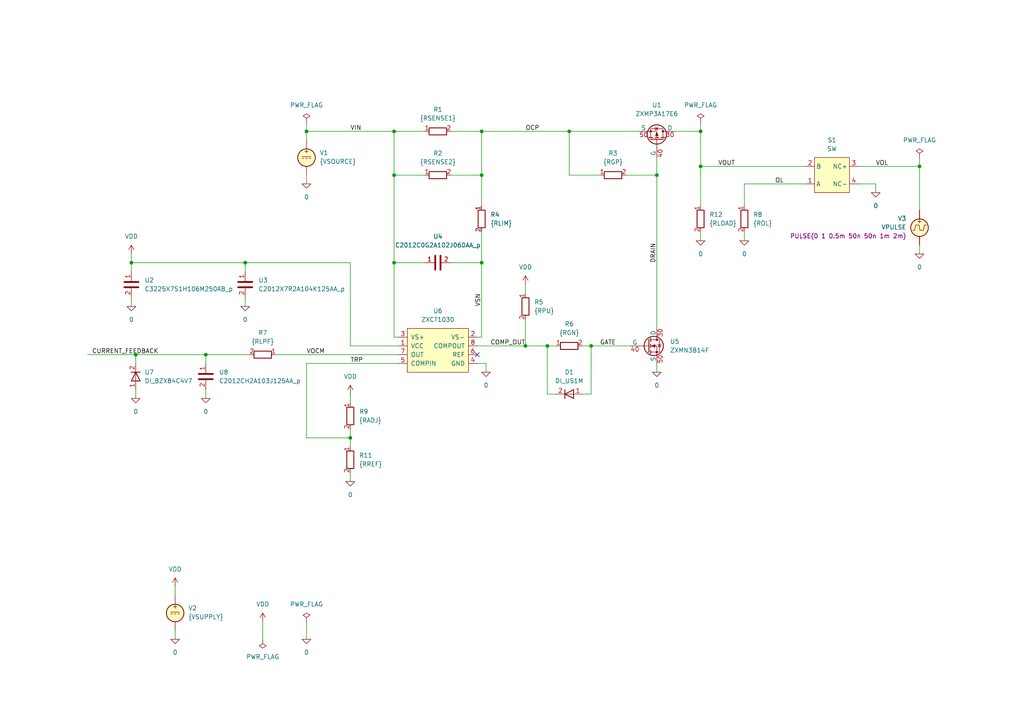
<source format=kicad_sch>
(kicad_sch
	(version 20231120)
	(generator "eeschema")
	(generator_version "8.0")
	(uuid "dff9d84d-9ce9-4929-935e-e9e410b049c9")
	(paper "A4")
	(title_block
		(title "Current limiter")
		(date "2024-10-21")
		(rev "2")
		(company "astroelectronic@")
		(comment 1 "-")
		(comment 2 "-")
		(comment 3 "-")
		(comment 4 "AE01001030")
	)
	(lib_symbols
		(symbol "DIODE_1_1"
			(pin_names
				(offset 1.016) hide)
			(exclude_from_sim no)
			(in_bom yes)
			(on_board yes)
			(property "Reference" "D"
				(at 0 2.54 0)
				(effects
					(font
						(size 1.27 1.27)
					)
				)
			)
			(property "Value" "${SIM.PARAMS}"
				(at 0 -2.54 0)
				(effects
					(font
						(size 1.27 1.27)
					)
				)
			)
			(property "Footprint" ""
				(at 0 0 0)
				(effects
					(font
						(size 1.27 1.27)
					)
					(hide yes)
				)
			)
			(property "Datasheet" "~"
				(at 0 0 0)
				(effects
					(font
						(size 1.27 1.27)
					)
					(hide yes)
				)
			)
			(property "Description" "Diode, anode on pin 1, for simulation only!"
				(at 0 0 0)
				(effects
					(font
						(size 1.27 1.27)
					)
					(hide yes)
				)
			)
			(property "Sim.Pins" "1=1 2=2"
				(at 0 0 0)
				(effects
					(font
						(size 1.27 1.27)
					)
					(hide yes)
				)
			)
			(property "Sim.Device" "SPICE"
				(at 0 0 0)
				(effects
					(font
						(size 1.27 1.27)
					)
					(justify left)
					(hide yes)
				)
			)
			(property "Sim.Params" "type=\"D\" model=\"DIODE_1\" lib=\"\""
				(at 0 0 0)
				(effects
					(font
						(size 1.27 1.27)
					)
					(hide yes)
				)
			)
			(property "Spice_Netlist_Enabled" "Y"
				(at 0 0 0)
				(effects
					(font
						(size 1.27 1.27)
					)
					(justify left)
					(hide yes)
				)
			)
			(property "ki_keywords" "simulation"
				(at 0 0 0)
				(effects
					(font
						(size 1.27 1.27)
					)
					(hide yes)
				)
			)
			(symbol "DIODE_1_1_0_1"
				(polyline
					(pts
						(xy 1.27 0) (xy -1.27 0)
					)
					(stroke
						(width 0)
						(type default)
					)
					(fill
						(type none)
					)
				)
				(polyline
					(pts
						(xy 1.27 1.27) (xy 1.27 -1.27)
					)
					(stroke
						(width 0.254)
						(type default)
					)
					(fill
						(type none)
					)
				)
				(polyline
					(pts
						(xy -1.27 -1.27) (xy -1.27 1.27) (xy 1.27 0) (xy -1.27 -1.27)
					)
					(stroke
						(width 0.254)
						(type default)
					)
					(fill
						(type none)
					)
				)
			)
			(symbol "DIODE_1_1_1_1"
				(pin passive line
					(at -3.81 0 0)
					(length 2.54)
					(name "A"
						(effects
							(font
								(size 1.27 1.27)
							)
						)
					)
					(number "1"
						(effects
							(font
								(size 1.27 1.27)
							)
						)
					)
				)
				(pin passive line
					(at 3.81 0 180)
					(length 2.54)
					(name "K"
						(effects
							(font
								(size 1.27 1.27)
							)
						)
					)
					(number "2"
						(effects
							(font
								(size 1.27 1.27)
							)
						)
					)
				)
			)
		)
		(symbol "ZXCT1030:0"
			(power)
			(pin_names
				(offset 0)
			)
			(exclude_from_sim no)
			(in_bom yes)
			(on_board yes)
			(property "Reference" "#GND"
				(at 0 -2.54 0)
				(effects
					(font
						(size 1.27 1.27)
					)
					(hide yes)
				)
			)
			(property "Value" "0"
				(at 0 -1.778 0)
				(effects
					(font
						(size 1.27 1.27)
					)
				)
			)
			(property "Footprint" ""
				(at 0 0 0)
				(effects
					(font
						(size 1.27 1.27)
					)
					(hide yes)
				)
			)
			(property "Datasheet" "~"
				(at 0 0 0)
				(effects
					(font
						(size 1.27 1.27)
					)
					(hide yes)
				)
			)
			(property "Description" "0V reference potential for simulation"
				(at 0 0 0)
				(effects
					(font
						(size 1.27 1.27)
					)
					(hide yes)
				)
			)
			(property "ki_keywords" "simulation"
				(at 0 0 0)
				(effects
					(font
						(size 1.27 1.27)
					)
					(hide yes)
				)
			)
			(symbol "0_0_1"
				(polyline
					(pts
						(xy -1.27 0) (xy 0 -1.27) (xy 1.27 0) (xy -1.27 0)
					)
					(stroke
						(width 0)
						(type default)
					)
					(fill
						(type none)
					)
				)
			)
			(symbol "0_1_1"
				(pin power_in line
					(at 0 0 0)
					(length 0) hide
					(name "0"
						(effects
							(font
								(size 1.016 1.016)
							)
						)
					)
					(number "1"
						(effects
							(font
								(size 1.016 1.016)
							)
						)
					)
				)
			)
		)
		(symbol "ZXCT1030:C"
			(pin_names
				(offset 0.254)
			)
			(exclude_from_sim no)
			(in_bom yes)
			(on_board yes)
			(property "Reference" "C"
				(at 0.635 2.54 0)
				(effects
					(font
						(size 1.27 1.27)
					)
					(justify left)
				)
			)
			(property "Value" "C"
				(at 0.635 -2.54 0)
				(effects
					(font
						(size 1.27 1.27)
					)
					(justify left)
				)
			)
			(property "Footprint" ""
				(at 0.9652 -3.81 0)
				(effects
					(font
						(size 1.27 1.27)
					)
					(hide yes)
				)
			)
			(property "Datasheet" "~"
				(at 0 0 0)
				(effects
					(font
						(size 1.27 1.27)
					)
					(hide yes)
				)
			)
			(property "Description" "Unpolarized capacitor"
				(at 0 0 0)
				(effects
					(font
						(size 1.27 1.27)
					)
					(hide yes)
				)
			)
			(property "ki_keywords" "cap capacitor"
				(at 0 0 0)
				(effects
					(font
						(size 1.27 1.27)
					)
					(hide yes)
				)
			)
			(property "ki_fp_filters" "C_*"
				(at 0 0 0)
				(effects
					(font
						(size 1.27 1.27)
					)
					(hide yes)
				)
			)
			(symbol "C_0_1"
				(polyline
					(pts
						(xy -2.032 -0.762) (xy 2.032 -0.762)
					)
					(stroke
						(width 0.508)
						(type default)
					)
					(fill
						(type none)
					)
				)
				(polyline
					(pts
						(xy -2.032 0.762) (xy 2.032 0.762)
					)
					(stroke
						(width 0.508)
						(type default)
					)
					(fill
						(type none)
					)
				)
			)
			(symbol "C_1_1"
				(pin passive line
					(at 0 3.81 270)
					(length 2.794)
					(name "~"
						(effects
							(font
								(size 1.27 1.27)
							)
						)
					)
					(number "1"
						(effects
							(font
								(size 1.27 1.27)
							)
						)
					)
				)
				(pin passive line
					(at 0 -3.81 90)
					(length 2.794)
					(name "~"
						(effects
							(font
								(size 1.27 1.27)
							)
						)
					)
					(number "2"
						(effects
							(font
								(size 1.27 1.27)
							)
						)
					)
				)
			)
		)
		(symbol "ZXCT1030:DIODE"
			(pin_names
				(offset 1.016) hide)
			(exclude_from_sim no)
			(in_bom yes)
			(on_board yes)
			(property "Reference" "D"
				(at 0 2.54 0)
				(effects
					(font
						(size 1.27 1.27)
					)
				)
			)
			(property "Value" "${SIM.PARAMS}"
				(at 0 -2.54 0)
				(effects
					(font
						(size 1.27 1.27)
					)
				)
			)
			(property "Footprint" ""
				(at 0 0 0)
				(effects
					(font
						(size 1.27 1.27)
					)
					(hide yes)
				)
			)
			(property "Datasheet" "~"
				(at 0 0 0)
				(effects
					(font
						(size 1.27 1.27)
					)
					(hide yes)
				)
			)
			(property "Description" "Diode, anode on pin 1, for simulation only!"
				(at 0 0 0)
				(effects
					(font
						(size 1.27 1.27)
					)
					(hide yes)
				)
			)
			(property "Sim.Pins" "1=1 2=2"
				(at 0 0 0)
				(effects
					(font
						(size 1.27 1.27)
					)
					(hide yes)
				)
			)
			(property "Sim.Device" "SPICE"
				(at 0 0 0)
				(effects
					(font
						(size 1.27 1.27)
					)
					(justify left)
					(hide yes)
				)
			)
			(property "Sim.Params" "type=\"D\" model=\"DIODE\" lib=\"\""
				(at 0 0 0)
				(effects
					(font
						(size 1.27 1.27)
					)
					(hide yes)
				)
			)
			(property "Spice_Netlist_Enabled" "Y"
				(at 0 0 0)
				(effects
					(font
						(size 1.27 1.27)
					)
					(justify left)
					(hide yes)
				)
			)
			(property "ki_keywords" "simulation"
				(at 0 0 0)
				(effects
					(font
						(size 1.27 1.27)
					)
					(hide yes)
				)
			)
			(symbol "DIODE_0_1"
				(polyline
					(pts
						(xy 1.27 0) (xy -1.27 0)
					)
					(stroke
						(width 0)
						(type default)
					)
					(fill
						(type none)
					)
				)
				(polyline
					(pts
						(xy 1.27 1.27) (xy 1.27 -1.27)
					)
					(stroke
						(width 0.254)
						(type default)
					)
					(fill
						(type none)
					)
				)
				(polyline
					(pts
						(xy -1.27 -1.27) (xy -1.27 1.27) (xy 1.27 0) (xy -1.27 -1.27)
					)
					(stroke
						(width 0.254)
						(type default)
					)
					(fill
						(type none)
					)
				)
			)
			(symbol "DIODE_1_1"
				(pin passive line
					(at -3.81 0 0)
					(length 2.54)
					(name "A"
						(effects
							(font
								(size 1.27 1.27)
							)
						)
					)
					(number "1"
						(effects
							(font
								(size 1.27 1.27)
							)
						)
					)
				)
				(pin passive line
					(at 3.81 0 180)
					(length 2.54)
					(name "K"
						(effects
							(font
								(size 1.27 1.27)
							)
						)
					)
					(number "2"
						(effects
							(font
								(size 1.27 1.27)
							)
						)
					)
				)
			)
		)
		(symbol "ZXCT1030:PWR_FLAG"
			(power)
			(pin_numbers hide)
			(pin_names
				(offset 0) hide)
			(exclude_from_sim no)
			(in_bom yes)
			(on_board yes)
			(property "Reference" "#FLG"
				(at 0 1.905 0)
				(effects
					(font
						(size 1.27 1.27)
					)
					(hide yes)
				)
			)
			(property "Value" "PWR_FLAG"
				(at 0 3.81 0)
				(effects
					(font
						(size 1.27 1.27)
					)
				)
			)
			(property "Footprint" ""
				(at 0 0 0)
				(effects
					(font
						(size 1.27 1.27)
					)
					(hide yes)
				)
			)
			(property "Datasheet" "~"
				(at 0 0 0)
				(effects
					(font
						(size 1.27 1.27)
					)
					(hide yes)
				)
			)
			(property "Description" "Special symbol for telling ERC where power comes from"
				(at 0 0 0)
				(effects
					(font
						(size 1.27 1.27)
					)
					(hide yes)
				)
			)
			(property "ki_keywords" "flag power"
				(at 0 0 0)
				(effects
					(font
						(size 1.27 1.27)
					)
					(hide yes)
				)
			)
			(symbol "PWR_FLAG_0_0"
				(pin power_out line
					(at 0 0 90)
					(length 0)
					(name "pwr"
						(effects
							(font
								(size 1.27 1.27)
							)
						)
					)
					(number "1"
						(effects
							(font
								(size 1.27 1.27)
							)
						)
					)
				)
			)
			(symbol "PWR_FLAG_0_1"
				(polyline
					(pts
						(xy 0 0) (xy 0 1.27) (xy -1.016 1.905) (xy 0 2.54) (xy 1.016 1.905) (xy 0 1.27)
					)
					(stroke
						(width 0)
						(type default)
					)
					(fill
						(type none)
					)
				)
			)
		)
		(symbol "ZXCT1030:R"
			(pin_names
				(offset 0)
			)
			(exclude_from_sim no)
			(in_bom yes)
			(on_board yes)
			(property "Reference" "R"
				(at 2.032 0 90)
				(effects
					(font
						(size 1.27 1.27)
					)
				)
			)
			(property "Value" "R"
				(at 0 0 90)
				(effects
					(font
						(size 1.27 1.27)
					)
				)
			)
			(property "Footprint" ""
				(at -1.778 0 90)
				(effects
					(font
						(size 1.27 1.27)
					)
					(hide yes)
				)
			)
			(property "Datasheet" "~"
				(at 0 0 0)
				(effects
					(font
						(size 1.27 1.27)
					)
					(hide yes)
				)
			)
			(property "Description" "Resistor"
				(at 0 0 0)
				(effects
					(font
						(size 1.27 1.27)
					)
					(hide yes)
				)
			)
			(property "ki_keywords" "R res resistor"
				(at 0 0 0)
				(effects
					(font
						(size 1.27 1.27)
					)
					(hide yes)
				)
			)
			(property "ki_fp_filters" "R_*"
				(at 0 0 0)
				(effects
					(font
						(size 1.27 1.27)
					)
					(hide yes)
				)
			)
			(symbol "R_0_1"
				(rectangle
					(start -1.016 -2.54)
					(end 1.016 2.54)
					(stroke
						(width 0.254)
						(type default)
					)
					(fill
						(type none)
					)
				)
			)
			(symbol "R_1_1"
				(pin passive line
					(at 0 3.81 270)
					(length 1.27)
					(name "~"
						(effects
							(font
								(size 1.27 1.27)
							)
						)
					)
					(number "1"
						(effects
							(font
								(size 1.27 1.27)
							)
						)
					)
				)
				(pin passive line
					(at 0 -3.81 90)
					(length 1.27)
					(name "~"
						(effects
							(font
								(size 1.27 1.27)
							)
						)
					)
					(number "2"
						(effects
							(font
								(size 1.27 1.27)
							)
						)
					)
				)
			)
		)
		(symbol "ZXCT1030:SW"
			(exclude_from_sim no)
			(in_bom yes)
			(on_board yes)
			(property "Reference" "S"
				(at 0 6.35 0)
				(effects
					(font
						(size 1.27 1.27)
					)
				)
			)
			(property "Value" "SW"
				(at 0 -6.35 0)
				(effects
					(font
						(size 1.27 1.27)
					)
				)
			)
			(property "Footprint" ""
				(at 0 0 0)
				(effects
					(font
						(size 1.27 1.27)
					)
					(hide yes)
				)
			)
			(property "Datasheet" ""
				(at 0 0 0)
				(effects
					(font
						(size 1.27 1.27)
					)
					(hide yes)
				)
			)
			(property "Description" ""
				(at 0 0 0)
				(effects
					(font
						(size 1.27 1.27)
					)
					(hide yes)
				)
			)
			(symbol "SW_0_1"
				(rectangle
					(start -5.08 5.08)
					(end 5.08 -5.08)
					(stroke
						(width 0)
						(type default)
					)
					(fill
						(type background)
					)
				)
			)
			(symbol "SW_1_1"
				(pin passive line
					(at 7.62 2.54 180)
					(length 2.54)
					(name "A"
						(effects
							(font
								(size 1.27 1.27)
							)
						)
					)
					(number "1"
						(effects
							(font
								(size 1.27 1.27)
							)
						)
					)
				)
				(pin passive line
					(at 7.62 -2.54 180)
					(length 2.54)
					(name "B"
						(effects
							(font
								(size 1.27 1.27)
							)
						)
					)
					(number "2"
						(effects
							(font
								(size 1.27 1.27)
							)
						)
					)
				)
				(pin passive line
					(at -7.62 -2.54 0)
					(length 2.54)
					(name "NC+"
						(effects
							(font
								(size 1.27 1.27)
							)
						)
					)
					(number "3"
						(effects
							(font
								(size 1.27 1.27)
							)
						)
					)
				)
				(pin passive line
					(at -7.62 2.54 0)
					(length 2.54)
					(name "NC-"
						(effects
							(font
								(size 1.27 1.27)
							)
						)
					)
					(number "4"
						(effects
							(font
								(size 1.27 1.27)
							)
						)
					)
				)
			)
		)
		(symbol "ZXCT1030:VDC"
			(pin_numbers hide)
			(pin_names
				(offset 0.0254)
			)
			(exclude_from_sim no)
			(in_bom yes)
			(on_board yes)
			(property "Reference" "V"
				(at 2.54 2.54 0)
				(effects
					(font
						(size 1.27 1.27)
					)
					(justify left)
				)
			)
			(property "Value" "1"
				(at 2.54 0 0)
				(effects
					(font
						(size 1.27 1.27)
					)
					(justify left)
				)
			)
			(property "Footprint" ""
				(at 0 0 0)
				(effects
					(font
						(size 1.27 1.27)
					)
					(hide yes)
				)
			)
			(property "Datasheet" "~"
				(at 0 0 0)
				(effects
					(font
						(size 1.27 1.27)
					)
					(hide yes)
				)
			)
			(property "Description" "Voltage source, DC"
				(at 0 0 0)
				(effects
					(font
						(size 1.27 1.27)
					)
					(hide yes)
				)
			)
			(property "Sim.Pins" "1=+ 2=-"
				(at 0 0 0)
				(effects
					(font
						(size 1.27 1.27)
					)
					(hide yes)
				)
			)
			(property "Sim.Type" "DC"
				(at 0 0 0)
				(effects
					(font
						(size 1.27 1.27)
					)
					(hide yes)
				)
			)
			(property "Sim.Device" "V"
				(at 0 0 0)
				(effects
					(font
						(size 1.27 1.27)
					)
					(justify left)
					(hide yes)
				)
			)
			(property "Spice_Netlist_Enabled" "Y"
				(at 0 0 0)
				(effects
					(font
						(size 1.27 1.27)
					)
					(justify left)
					(hide yes)
				)
			)
			(property "ki_keywords" "simulation"
				(at 0 0 0)
				(effects
					(font
						(size 1.27 1.27)
					)
					(hide yes)
				)
			)
			(symbol "VDC_0_0"
				(polyline
					(pts
						(xy -1.27 0.254) (xy 1.27 0.254)
					)
					(stroke
						(width 0)
						(type default)
					)
					(fill
						(type none)
					)
				)
				(polyline
					(pts
						(xy -0.762 -0.254) (xy -1.27 -0.254)
					)
					(stroke
						(width 0)
						(type default)
					)
					(fill
						(type none)
					)
				)
				(polyline
					(pts
						(xy 0.254 -0.254) (xy -0.254 -0.254)
					)
					(stroke
						(width 0)
						(type default)
					)
					(fill
						(type none)
					)
				)
				(polyline
					(pts
						(xy 1.27 -0.254) (xy 0.762 -0.254)
					)
					(stroke
						(width 0)
						(type default)
					)
					(fill
						(type none)
					)
				)
				(text "+"
					(at 0 1.905 0)
					(effects
						(font
							(size 1.27 1.27)
						)
					)
				)
			)
			(symbol "VDC_0_1"
				(circle
					(center 0 0)
					(radius 2.54)
					(stroke
						(width 0.254)
						(type default)
					)
					(fill
						(type background)
					)
				)
			)
			(symbol "VDC_1_1"
				(pin passive line
					(at 0 5.08 270)
					(length 2.54)
					(name "~"
						(effects
							(font
								(size 1.27 1.27)
							)
						)
					)
					(number "1"
						(effects
							(font
								(size 1.27 1.27)
							)
						)
					)
				)
				(pin passive line
					(at 0 -5.08 90)
					(length 2.54)
					(name "~"
						(effects
							(font
								(size 1.27 1.27)
							)
						)
					)
					(number "2"
						(effects
							(font
								(size 1.27 1.27)
							)
						)
					)
				)
			)
		)
		(symbol "ZXCT1030:VDD"
			(power)
			(pin_names
				(offset 0)
			)
			(exclude_from_sim no)
			(in_bom yes)
			(on_board yes)
			(property "Reference" "#PWR"
				(at 0 -3.81 0)
				(effects
					(font
						(size 1.27 1.27)
					)
					(hide yes)
				)
			)
			(property "Value" "VDD"
				(at 0 3.81 0)
				(effects
					(font
						(size 1.27 1.27)
					)
				)
			)
			(property "Footprint" ""
				(at 0 0 0)
				(effects
					(font
						(size 1.27 1.27)
					)
					(hide yes)
				)
			)
			(property "Datasheet" ""
				(at 0 0 0)
				(effects
					(font
						(size 1.27 1.27)
					)
					(hide yes)
				)
			)
			(property "Description" "Power symbol creates a global label with name \"VDD\""
				(at 0 0 0)
				(effects
					(font
						(size 1.27 1.27)
					)
					(hide yes)
				)
			)
			(property "ki_keywords" "global power"
				(at 0 0 0)
				(effects
					(font
						(size 1.27 1.27)
					)
					(hide yes)
				)
			)
			(symbol "VDD_0_1"
				(polyline
					(pts
						(xy -0.762 1.27) (xy 0 2.54)
					)
					(stroke
						(width 0)
						(type default)
					)
					(fill
						(type none)
					)
				)
				(polyline
					(pts
						(xy 0 0) (xy 0 2.54)
					)
					(stroke
						(width 0)
						(type default)
					)
					(fill
						(type none)
					)
				)
				(polyline
					(pts
						(xy 0 2.54) (xy 0.762 1.27)
					)
					(stroke
						(width 0)
						(type default)
					)
					(fill
						(type none)
					)
				)
			)
			(symbol "VDD_1_1"
				(pin power_in line
					(at 0 0 90)
					(length 0) hide
					(name "VDD"
						(effects
							(font
								(size 1.27 1.27)
							)
						)
					)
					(number "1"
						(effects
							(font
								(size 1.27 1.27)
							)
						)
					)
				)
			)
		)
		(symbol "ZXCT1030:VPULSE"
			(pin_numbers hide)
			(pin_names
				(offset 0.0254)
			)
			(exclude_from_sim no)
			(in_bom yes)
			(on_board yes)
			(property "Reference" "V"
				(at 2.54 2.54 0)
				(effects
					(font
						(size 1.27 1.27)
					)
					(justify left)
				)
			)
			(property "Value" "VPULSE"
				(at 2.54 0 0)
				(effects
					(font
						(size 1.27 1.27)
					)
					(justify left)
				)
			)
			(property "Footprint" ""
				(at 0 0 0)
				(effects
					(font
						(size 1.27 1.27)
					)
					(hide yes)
				)
			)
			(property "Datasheet" "https://ngspice.sourceforge.io/docs/ngspice-html-manual/manual.xhtml#sec_Independent_Sources_for"
				(at 0 0 0)
				(effects
					(font
						(size 1.27 1.27)
					)
					(hide yes)
				)
			)
			(property "Description" "Voltage source, pulse"
				(at 0 0 0)
				(effects
					(font
						(size 1.27 1.27)
					)
					(hide yes)
				)
			)
			(property "Sim.Pins" "1=+ 2=-"
				(at 0 0 0)
				(effects
					(font
						(size 1.27 1.27)
					)
					(hide yes)
				)
			)
			(property "Sim.Type" "PULSE"
				(at 0 0 0)
				(effects
					(font
						(size 1.27 1.27)
					)
					(hide yes)
				)
			)
			(property "Sim.Device" "V"
				(at 0 0 0)
				(effects
					(font
						(size 1.27 1.27)
					)
					(justify left)
					(hide yes)
				)
			)
			(property "Sim.Params" "y1=0 y2=1 td=2n tr=2n tf=2n tw=50n per=100n"
				(at 2.54 -2.54 0)
				(effects
					(font
						(size 1.27 1.27)
					)
					(justify left)
				)
			)
			(property "ki_keywords" "simulation"
				(at 0 0 0)
				(effects
					(font
						(size 1.27 1.27)
					)
					(hide yes)
				)
			)
			(symbol "VPULSE_0_0"
				(polyline
					(pts
						(xy -2.032 -0.762) (xy -1.397 -0.762) (xy -1.143 0.762) (xy -0.127 0.762) (xy 0.127 -0.762) (xy 1.143 -0.762)
						(xy 1.397 0.762) (xy 2.032 0.762)
					)
					(stroke
						(width 0)
						(type default)
					)
					(fill
						(type none)
					)
				)
				(text "+"
					(at 0 1.905 0)
					(effects
						(font
							(size 1.27 1.27)
						)
					)
				)
			)
			(symbol "VPULSE_0_1"
				(circle
					(center 0 0)
					(radius 2.54)
					(stroke
						(width 0.254)
						(type default)
					)
					(fill
						(type background)
					)
				)
			)
			(symbol "VPULSE_1_1"
				(pin passive line
					(at 0 5.08 270)
					(length 2.54)
					(name "~"
						(effects
							(font
								(size 1.27 1.27)
							)
						)
					)
					(number "1"
						(effects
							(font
								(size 1.27 1.27)
							)
						)
					)
				)
				(pin passive line
					(at 0 -5.08 90)
					(length 2.54)
					(name "~"
						(effects
							(font
								(size 1.27 1.27)
							)
						)
					)
					(number "2"
						(effects
							(font
								(size 1.27 1.27)
							)
						)
					)
				)
			)
		)
		(symbol "ZXCT1030:ZXCT1030"
			(pin_names
				(offset 1.016)
			)
			(exclude_from_sim no)
			(in_bom yes)
			(on_board yes)
			(property "Reference" "U"
				(at -8.89 -8.89 0)
				(effects
					(font
						(size 1.27 1.27)
					)
					(justify left bottom)
				)
			)
			(property "Value" "ZXCT1030"
				(at -8.89 -11.43 0)
				(effects
					(font
						(size 1.27 1.27)
					)
					(justify left bottom)
				)
			)
			(property "Footprint" "Housings_SOIC:SOIC-8_3.9x4.9mm_Pitch1.27mm"
				(at -8.89 -13.97 0)
				(effects
					(font
						(size 1.27 1.27)
					)
					(justify left bottom)
					(hide yes)
				)
			)
			(property "Datasheet" "https://www.diodes.com/part/view/ZXCT1030/"
				(at -8.89 -16.51 0)
				(effects
					(font
						(size 1.27 1.27)
					)
					(justify left bottom)
					(hide yes)
				)
			)
			(property "Description" "Voltage Output with Internal Reference and Comparator"
				(at 0 0 0)
				(effects
					(font
						(size 1.27 1.27)
					)
					(hide yes)
				)
			)
			(property "ki_keywords" "simulation"
				(at 0 0 0)
				(effects
					(font
						(size 1.27 1.27)
					)
					(hide yes)
				)
			)
			(symbol "ZXCT1030_0_1"
				(rectangle
					(start -8.89 6.35)
					(end 8.89 -6.35)
					(stroke
						(width 0)
						(type default)
					)
					(fill
						(type background)
					)
				)
			)
			(symbol "ZXCT1030_1_1"
				(pin passive line
					(at -11.43 1.27 0)
					(length 2.54)
					(name "VCC"
						(effects
							(font
								(size 1.27 1.27)
							)
						)
					)
					(number "1"
						(effects
							(font
								(size 1.27 1.27)
							)
						)
					)
				)
				(pin passive line
					(at 11.43 3.81 180)
					(length 2.54)
					(name "VS-"
						(effects
							(font
								(size 1.27 1.27)
							)
						)
					)
					(number "2"
						(effects
							(font
								(size 1.27 1.27)
							)
						)
					)
				)
				(pin passive line
					(at -11.43 3.81 0)
					(length 2.54)
					(name "VS+"
						(effects
							(font
								(size 1.27 1.27)
							)
						)
					)
					(number "3"
						(effects
							(font
								(size 1.27 1.27)
							)
						)
					)
				)
				(pin passive line
					(at 11.43 -3.81 180)
					(length 2.54)
					(name "GND"
						(effects
							(font
								(size 1.27 1.27)
							)
						)
					)
					(number "4"
						(effects
							(font
								(size 1.27 1.27)
							)
						)
					)
				)
				(pin passive line
					(at -11.43 -3.81 0)
					(length 2.54)
					(name "COMPIN"
						(effects
							(font
								(size 1.27 1.27)
							)
						)
					)
					(number "5"
						(effects
							(font
								(size 1.27 1.27)
							)
						)
					)
				)
				(pin passive line
					(at 11.43 -1.27 180)
					(length 2.54)
					(name "REF"
						(effects
							(font
								(size 1.27 1.27)
							)
						)
					)
					(number "6"
						(effects
							(font
								(size 1.27 1.27)
							)
						)
					)
				)
				(pin passive line
					(at -11.43 -1.27 0)
					(length 2.54)
					(name "OUT"
						(effects
							(font
								(size 1.27 1.27)
							)
						)
					)
					(number "7"
						(effects
							(font
								(size 1.27 1.27)
							)
						)
					)
				)
				(pin passive line
					(at 11.43 1.27 180)
					(length 2.54)
					(name "COMPOUT"
						(effects
							(font
								(size 1.27 1.27)
							)
						)
					)
					(number "8"
						(effects
							(font
								(size 1.27 1.27)
							)
						)
					)
				)
			)
		)
		(symbol "ZXCT1030:ZXMN3B14F"
			(pin_names
				(offset 0)
			)
			(exclude_from_sim no)
			(in_bom yes)
			(on_board yes)
			(property "Reference" "Q"
				(at 5.08 1.27 0)
				(effects
					(font
						(size 1.27 1.27)
					)
					(justify left)
				)
			)
			(property "Value" "ZXMN3B14F"
				(at 5.08 -1.27 0)
				(effects
					(font
						(size 1.27 1.27)
					)
					(justify left)
				)
			)
			(property "Footprint" ""
				(at 5.08 2.54 0)
				(effects
					(font
						(size 1.27 1.27)
					)
					(hide yes)
				)
			)
			(property "Datasheet" "~"
				(at 0 0 0)
				(effects
					(font
						(size 1.27 1.27)
					)
					(hide yes)
				)
			)
			(property "Description" "N-MOSFET transistor, drain/gate/source"
				(at 0 0 0)
				(effects
					(font
						(size 1.27 1.27)
					)
					(hide yes)
				)
			)
			(property "ki_keywords" "transistor NMOS N-MOS N-MOSFET"
				(at 0 0 0)
				(effects
					(font
						(size 1.27 1.27)
					)
					(hide yes)
				)
			)
			(symbol "ZXMN3B14F_0_1"
				(polyline
					(pts
						(xy 0.254 0) (xy -2.54 0)
					)
					(stroke
						(width 0)
						(type default)
					)
					(fill
						(type none)
					)
				)
				(polyline
					(pts
						(xy 0.254 1.905) (xy 0.254 -1.905)
					)
					(stroke
						(width 0.254)
						(type default)
					)
					(fill
						(type none)
					)
				)
				(polyline
					(pts
						(xy 0.762 -1.27) (xy 0.762 -2.286)
					)
					(stroke
						(width 0.254)
						(type default)
					)
					(fill
						(type none)
					)
				)
				(polyline
					(pts
						(xy 0.762 0.508) (xy 0.762 -0.508)
					)
					(stroke
						(width 0.254)
						(type default)
					)
					(fill
						(type none)
					)
				)
				(polyline
					(pts
						(xy 0.762 2.286) (xy 0.762 1.27)
					)
					(stroke
						(width 0.254)
						(type default)
					)
					(fill
						(type none)
					)
				)
				(polyline
					(pts
						(xy 2.54 2.54) (xy 2.54 1.778)
					)
					(stroke
						(width 0)
						(type default)
					)
					(fill
						(type none)
					)
				)
				(polyline
					(pts
						(xy 2.54 -2.54) (xy 2.54 0) (xy 0.762 0)
					)
					(stroke
						(width 0)
						(type default)
					)
					(fill
						(type none)
					)
				)
				(polyline
					(pts
						(xy 0.762 -1.778) (xy 3.302 -1.778) (xy 3.302 1.778) (xy 0.762 1.778)
					)
					(stroke
						(width 0)
						(type default)
					)
					(fill
						(type none)
					)
				)
				(polyline
					(pts
						(xy 1.016 0) (xy 2.032 0.381) (xy 2.032 -0.381) (xy 1.016 0)
					)
					(stroke
						(width 0)
						(type default)
					)
					(fill
						(type outline)
					)
				)
				(polyline
					(pts
						(xy 2.794 0.508) (xy 2.921 0.381) (xy 3.683 0.381) (xy 3.81 0.254)
					)
					(stroke
						(width 0)
						(type default)
					)
					(fill
						(type none)
					)
				)
				(polyline
					(pts
						(xy 3.302 0.381) (xy 2.921 -0.254) (xy 3.683 -0.254) (xy 3.302 0.381)
					)
					(stroke
						(width 0)
						(type default)
					)
					(fill
						(type none)
					)
				)
				(circle
					(center 1.651 0)
					(radius 2.794)
					(stroke
						(width 0.254)
						(type default)
					)
					(fill
						(type none)
					)
				)
				(circle
					(center 2.54 -1.778)
					(radius 0.254)
					(stroke
						(width 0)
						(type default)
					)
					(fill
						(type outline)
					)
				)
				(circle
					(center 2.54 1.778)
					(radius 0.254)
					(stroke
						(width 0)
						(type default)
					)
					(fill
						(type outline)
					)
				)
			)
			(symbol "ZXMN3B14F_1_1"
				(pin passive line
					(at 2.54 5.08 270)
					(length 2.54)
					(name "D"
						(effects
							(font
								(size 1.27 1.27)
							)
						)
					)
					(number "30"
						(effects
							(font
								(size 1.27 1.27)
							)
						)
					)
				)
				(pin passive line
					(at -5.08 0 0)
					(length 2.54)
					(name "G"
						(effects
							(font
								(size 1.27 1.27)
							)
						)
					)
					(number "40"
						(effects
							(font
								(size 1.27 1.27)
							)
						)
					)
				)
				(pin passive line
					(at 2.54 -5.08 90)
					(length 2.54)
					(name "S"
						(effects
							(font
								(size 1.27 1.27)
							)
						)
					)
					(number "50"
						(effects
							(font
								(size 1.27 1.27)
							)
						)
					)
				)
			)
		)
		(symbol "ZXCT1030:ZXMP3A17E6"
			(pin_names
				(offset 0)
			)
			(exclude_from_sim no)
			(in_bom yes)
			(on_board yes)
			(property "Reference" "Q"
				(at 5.08 1.27 0)
				(effects
					(font
						(size 1.27 1.27)
					)
					(justify left)
				)
			)
			(property "Value" "ZXMP3A17E6"
				(at 5.08 -1.27 0)
				(effects
					(font
						(size 1.27 1.27)
					)
					(justify left)
				)
			)
			(property "Footprint" ""
				(at 5.08 2.54 0)
				(effects
					(font
						(size 1.27 1.27)
					)
					(hide yes)
				)
			)
			(property "Datasheet" "~"
				(at 0 0 0)
				(effects
					(font
						(size 1.27 1.27)
					)
					(hide yes)
				)
			)
			(property "Description" "P-MOSFET transistor, drain/gate/source"
				(at 0 0 0)
				(effects
					(font
						(size 1.27 1.27)
					)
					(hide yes)
				)
			)
			(property "ki_keywords" "transistor PMOS P-MOS P-MOSFET"
				(at 0 0 0)
				(effects
					(font
						(size 1.27 1.27)
					)
					(hide yes)
				)
			)
			(symbol "ZXMP3A17E6_0_1"
				(polyline
					(pts
						(xy 0.254 0) (xy -2.54 0)
					)
					(stroke
						(width 0)
						(type default)
					)
					(fill
						(type none)
					)
				)
				(polyline
					(pts
						(xy 0.254 1.905) (xy 0.254 -1.905)
					)
					(stroke
						(width 0.254)
						(type default)
					)
					(fill
						(type none)
					)
				)
				(polyline
					(pts
						(xy 0.762 -1.27) (xy 0.762 -2.286)
					)
					(stroke
						(width 0.254)
						(type default)
					)
					(fill
						(type none)
					)
				)
				(polyline
					(pts
						(xy 0.762 0.508) (xy 0.762 -0.508)
					)
					(stroke
						(width 0.254)
						(type default)
					)
					(fill
						(type none)
					)
				)
				(polyline
					(pts
						(xy 0.762 2.286) (xy 0.762 1.27)
					)
					(stroke
						(width 0.254)
						(type default)
					)
					(fill
						(type none)
					)
				)
				(polyline
					(pts
						(xy 2.54 2.54) (xy 2.54 1.778)
					)
					(stroke
						(width 0)
						(type default)
					)
					(fill
						(type none)
					)
				)
				(polyline
					(pts
						(xy 2.54 -2.54) (xy 2.54 0) (xy 0.762 0)
					)
					(stroke
						(width 0)
						(type default)
					)
					(fill
						(type none)
					)
				)
				(polyline
					(pts
						(xy 0.762 1.778) (xy 3.302 1.778) (xy 3.302 -1.778) (xy 0.762 -1.778)
					)
					(stroke
						(width 0)
						(type default)
					)
					(fill
						(type none)
					)
				)
				(polyline
					(pts
						(xy 2.286 0) (xy 1.27 0.381) (xy 1.27 -0.381) (xy 2.286 0)
					)
					(stroke
						(width 0)
						(type default)
					)
					(fill
						(type outline)
					)
				)
				(polyline
					(pts
						(xy 2.794 -0.508) (xy 2.921 -0.381) (xy 3.683 -0.381) (xy 3.81 -0.254)
					)
					(stroke
						(width 0)
						(type default)
					)
					(fill
						(type none)
					)
				)
				(polyline
					(pts
						(xy 3.302 -0.381) (xy 2.921 0.254) (xy 3.683 0.254) (xy 3.302 -0.381)
					)
					(stroke
						(width 0)
						(type default)
					)
					(fill
						(type none)
					)
				)
				(circle
					(center 1.651 0)
					(radius 2.794)
					(stroke
						(width 0.254)
						(type default)
					)
					(fill
						(type none)
					)
				)
				(circle
					(center 2.54 -1.778)
					(radius 0.254)
					(stroke
						(width 0)
						(type default)
					)
					(fill
						(type outline)
					)
				)
				(circle
					(center 2.54 1.778)
					(radius 0.254)
					(stroke
						(width 0)
						(type default)
					)
					(fill
						(type outline)
					)
				)
			)
			(symbol "ZXMP3A17E6_1_1"
				(pin passive line
					(at 2.54 5.08 270)
					(length 2.54)
					(name "D"
						(effects
							(font
								(size 1.27 1.27)
							)
						)
					)
					(number "30"
						(effects
							(font
								(size 1.27 1.27)
							)
						)
					)
				)
				(pin passive line
					(at -5.08 0 0)
					(length 2.54)
					(name "G"
						(effects
							(font
								(size 1.27 1.27)
							)
						)
					)
					(number "40"
						(effects
							(font
								(size 1.27 1.27)
							)
						)
					)
				)
				(pin passive line
					(at 2.54 -5.08 90)
					(length 2.54)
					(name "S"
						(effects
							(font
								(size 1.27 1.27)
							)
						)
					)
					(number "50"
						(effects
							(font
								(size 1.27 1.27)
							)
						)
					)
				)
			)
		)
	)
	(junction
		(at 39.37 102.87)
		(diameter 0)
		(color 0 0 0 0)
		(uuid "078bb0f0-a7eb-4830-bc8e-d8622f905c44")
	)
	(junction
		(at 139.7 38.1)
		(diameter 0)
		(color 0 0 0 0)
		(uuid "10014b3d-6d25-4dfe-860e-84dfc7ecc34a")
	)
	(junction
		(at 139.7 50.8)
		(diameter 0)
		(color 0 0 0 0)
		(uuid "1920762c-9a7d-4202-af46-68d6e611b7f8")
	)
	(junction
		(at 266.7 48.26)
		(diameter 0)
		(color 0 0 0 0)
		(uuid "2f4ee551-b22f-4b96-a73f-54c2c2881702")
	)
	(junction
		(at 71.12 76.2)
		(diameter 0)
		(color 0 0 0 0)
		(uuid "40bd3738-b538-472b-8db2-41a3e2a0eaf9")
	)
	(junction
		(at 114.3 76.2)
		(diameter 0)
		(color 0 0 0 0)
		(uuid "44823a31-cd6f-42de-b512-a1f2a3ac7792")
	)
	(junction
		(at 203.2 38.1)
		(diameter 0)
		(color 0 0 0 0)
		(uuid "465bc983-1120-45a7-91a3-31d695f5602d")
	)
	(junction
		(at 152.4 100.33)
		(diameter 0)
		(color 0 0 0 0)
		(uuid "65e768e4-f1e9-4fb8-ba09-4255eba28982")
	)
	(junction
		(at 114.3 38.1)
		(diameter 0)
		(color 0 0 0 0)
		(uuid "667e59f7-8ecb-4249-802e-9ce044694585")
	)
	(junction
		(at 101.6 127)
		(diameter 0)
		(color 0 0 0 0)
		(uuid "8b555bd6-06ea-4f2e-9f47-d61178053fe9")
	)
	(junction
		(at 190.5 50.8)
		(diameter 0)
		(color 0 0 0 0)
		(uuid "8c12aecf-9750-4ee2-a081-c79d38bb60fb")
	)
	(junction
		(at 38.1 76.2)
		(diameter 0)
		(color 0 0 0 0)
		(uuid "ac91f6d2-c16c-4743-8a6c-e506a4c0d123")
	)
	(junction
		(at 203.2 48.26)
		(diameter 0)
		(color 0 0 0 0)
		(uuid "b2af23ca-67c1-4647-af86-823ac75cc04b")
	)
	(junction
		(at 139.7 76.2)
		(diameter 0)
		(color 0 0 0 0)
		(uuid "c0b5cdaf-6dca-4eb7-90b3-dd05a5233f01")
	)
	(junction
		(at 165.1 38.1)
		(diameter 0)
		(color 0 0 0 0)
		(uuid "c434cbfa-cba1-4a53-9181-be6dae9fb787")
	)
	(junction
		(at 158.75 100.33)
		(diameter 0)
		(color 0 0 0 0)
		(uuid "c4469cad-f88f-4c22-8d2a-d68e6cbaf4a7")
	)
	(junction
		(at 171.45 100.33)
		(diameter 0)
		(color 0 0 0 0)
		(uuid "cb8dfc05-f188-4a83-99e8-de031768c095")
	)
	(junction
		(at 88.9 38.1)
		(diameter 0)
		(color 0 0 0 0)
		(uuid "d7f1ff4a-b350-4a1f-aac1-5425d8864e8a")
	)
	(junction
		(at 59.69 102.87)
		(diameter 0)
		(color 0 0 0 0)
		(uuid "e0122f6a-2060-4b67-8367-4a58292d8415")
	)
	(junction
		(at 114.3 50.8)
		(diameter 0)
		(color 0 0 0 0)
		(uuid "ebf7641d-d559-41a9-ab3f-d4649c8e9bf8")
	)
	(no_connect
		(at 138.43 102.87)
		(uuid "3d1cdd2b-8e4b-4f60-8701-0d96ef9ec48c")
	)
	(wire
		(pts
			(xy 203.2 67.31) (xy 203.2 69.85)
		)
		(stroke
			(width 0)
			(type default)
		)
		(uuid "04dd1c42-c193-45a5-b68f-99b68a98229a")
	)
	(wire
		(pts
			(xy 130.81 38.1) (xy 139.7 38.1)
		)
		(stroke
			(width 0)
			(type default)
		)
		(uuid "06a87e28-011e-4fc8-b8f4-9a8a1caa63cc")
	)
	(wire
		(pts
			(xy 266.7 48.26) (xy 266.7 60.96)
		)
		(stroke
			(width 0)
			(type default)
		)
		(uuid "0c0f69a8-cdfe-49fc-b907-bc51cefa05cb")
	)
	(wire
		(pts
			(xy 101.6 100.33) (xy 115.57 100.33)
		)
		(stroke
			(width 0)
			(type default)
		)
		(uuid "0fd7202f-3a73-42de-b5cd-daf24cca4053")
	)
	(wire
		(pts
			(xy 88.9 38.1) (xy 114.3 38.1)
		)
		(stroke
			(width 0)
			(type default)
		)
		(uuid "17666afa-f57c-4a3b-ba44-bf1b0e21e70d")
	)
	(wire
		(pts
			(xy 101.6 127) (xy 88.9 127)
		)
		(stroke
			(width 0)
			(type default)
		)
		(uuid "1a850daa-bce3-430f-aa69-7607a8dfd9ce")
	)
	(wire
		(pts
			(xy 139.7 97.79) (xy 139.7 76.2)
		)
		(stroke
			(width 0)
			(type default)
		)
		(uuid "1b461ea6-30b2-42f6-ac4f-51ae441eb672")
	)
	(wire
		(pts
			(xy 39.37 113.03) (xy 39.37 115.57)
		)
		(stroke
			(width 0)
			(type default)
		)
		(uuid "1b8c9197-18f9-4fb1-9a0c-506ef49d2ac8")
	)
	(wire
		(pts
			(xy 88.9 105.41) (xy 115.57 105.41)
		)
		(stroke
			(width 0)
			(type default)
		)
		(uuid "1fbb2b56-f1ca-4db9-b38a-32780fc1234b")
	)
	(wire
		(pts
			(xy 71.12 76.2) (xy 101.6 76.2)
		)
		(stroke
			(width 0)
			(type default)
		)
		(uuid "207a5bdb-f0f2-4fe4-9fbd-8ae2b6f5dc08")
	)
	(wire
		(pts
			(xy 71.12 86.36) (xy 71.12 88.9)
		)
		(stroke
			(width 0)
			(type default)
		)
		(uuid "241dabb8-1912-4d16-9320-9ac15c6e7ab2")
	)
	(wire
		(pts
			(xy 203.2 35.56) (xy 203.2 38.1)
		)
		(stroke
			(width 0)
			(type default)
		)
		(uuid "256022e9-7347-4b7f-85e2-c191e23161b0")
	)
	(wire
		(pts
			(xy 266.7 71.12) (xy 266.7 73.66)
		)
		(stroke
			(width 0)
			(type default)
		)
		(uuid "26954913-fda8-445d-89a7-932f0fe0b0e1")
	)
	(wire
		(pts
			(xy 190.5 45.72) (xy 190.5 50.8)
		)
		(stroke
			(width 0)
			(type default)
		)
		(uuid "27485eb9-61ef-4c2a-af65-dac3c984063f")
	)
	(wire
		(pts
			(xy 88.9 35.56) (xy 88.9 38.1)
		)
		(stroke
			(width 0)
			(type default)
		)
		(uuid "294a4ae3-cd05-46b1-bc5d-5741005a16c1")
	)
	(wire
		(pts
			(xy 181.61 50.8) (xy 190.5 50.8)
		)
		(stroke
			(width 0)
			(type default)
		)
		(uuid "2d369d2f-8883-4939-a66b-a0c9bd829e9b")
	)
	(wire
		(pts
			(xy 114.3 38.1) (xy 123.19 38.1)
		)
		(stroke
			(width 0)
			(type default)
		)
		(uuid "2db9cc00-ce8e-4ac4-bf2d-586b3654fd19")
	)
	(wire
		(pts
			(xy 139.7 67.31) (xy 139.7 76.2)
		)
		(stroke
			(width 0)
			(type default)
		)
		(uuid "2e55c727-5cf9-4d08-8298-bb1b6281533c")
	)
	(wire
		(pts
			(xy 101.6 137.16) (xy 101.6 139.7)
		)
		(stroke
			(width 0)
			(type default)
		)
		(uuid "317d41b3-ad9a-4c81-8b2c-aa72320cb969")
	)
	(wire
		(pts
			(xy 139.7 38.1) (xy 165.1 38.1)
		)
		(stroke
			(width 0)
			(type default)
		)
		(uuid "371199c4-c092-4117-8cdc-f9a8b524fae4")
	)
	(wire
		(pts
			(xy 38.1 78.74) (xy 38.1 76.2)
		)
		(stroke
			(width 0)
			(type default)
		)
		(uuid "3de0e082-517d-4f00-a72f-1f4c1f97a399")
	)
	(wire
		(pts
			(xy 248.92 48.26) (xy 266.7 48.26)
		)
		(stroke
			(width 0)
			(type default)
		)
		(uuid "3e54c541-f9ed-428b-89a8-af285c98a587")
	)
	(wire
		(pts
			(xy 195.58 38.1) (xy 203.2 38.1)
		)
		(stroke
			(width 0)
			(type default)
		)
		(uuid "3e597e40-0b7f-44a9-8200-ef9b6af34fc8")
	)
	(wire
		(pts
			(xy 114.3 50.8) (xy 123.19 50.8)
		)
		(stroke
			(width 0)
			(type default)
		)
		(uuid "410ae63f-90ef-4632-a332-9ff160564a85")
	)
	(wire
		(pts
			(xy 114.3 50.8) (xy 114.3 76.2)
		)
		(stroke
			(width 0)
			(type default)
		)
		(uuid "420d85ef-fd47-4120-a4a5-33b4a305798e")
	)
	(wire
		(pts
			(xy 101.6 114.3) (xy 101.6 116.84)
		)
		(stroke
			(width 0)
			(type default)
		)
		(uuid "4506e0ee-7f80-47d0-a154-1addf09a364d")
	)
	(wire
		(pts
			(xy 266.7 45.72) (xy 266.7 48.26)
		)
		(stroke
			(width 0)
			(type default)
		)
		(uuid "47799535-a100-4700-8d91-16b5e2c00e05")
	)
	(wire
		(pts
			(xy 248.92 53.34) (xy 254 53.34)
		)
		(stroke
			(width 0)
			(type default)
		)
		(uuid "47d0578e-5776-441b-8734-426878167835")
	)
	(wire
		(pts
			(xy 80.01 102.87) (xy 115.57 102.87)
		)
		(stroke
			(width 0)
			(type default)
		)
		(uuid "4a9b077b-aa66-4313-89a2-28c79ec0b2ab")
	)
	(wire
		(pts
			(xy 101.6 129.54) (xy 101.6 127)
		)
		(stroke
			(width 0)
			(type default)
		)
		(uuid "4ad8d45d-65bb-4518-8563-83c77dfb3551")
	)
	(wire
		(pts
			(xy 152.4 92.71) (xy 152.4 100.33)
		)
		(stroke
			(width 0)
			(type default)
		)
		(uuid "4ba07b8c-2639-4f4d-a351-47c7d1cc6af3")
	)
	(wire
		(pts
			(xy 88.9 40.64) (xy 88.9 38.1)
		)
		(stroke
			(width 0)
			(type default)
		)
		(uuid "4e30dc22-e8a7-4fbb-80db-3c396ec603b3")
	)
	(wire
		(pts
			(xy 158.75 100.33) (xy 161.29 100.33)
		)
		(stroke
			(width 0)
			(type default)
		)
		(uuid "51a7487e-ee1e-4fdd-a19b-d23727dce6e6")
	)
	(wire
		(pts
			(xy 254 53.34) (xy 254 55.88)
		)
		(stroke
			(width 0)
			(type default)
		)
		(uuid "5ac3d62c-604c-423f-af8f-04617ec7926f")
	)
	(wire
		(pts
			(xy 171.45 100.33) (xy 171.45 114.3)
		)
		(stroke
			(width 0)
			(type default)
		)
		(uuid "6209a29f-b59a-4f26-9525-51d6dfc1f1c5")
	)
	(wire
		(pts
			(xy 203.2 38.1) (xy 203.2 48.26)
		)
		(stroke
			(width 0)
			(type default)
		)
		(uuid "626c022f-7018-41d2-a278-5e6b52b3f2eb")
	)
	(wire
		(pts
			(xy 140.97 105.41) (xy 140.97 107.95)
		)
		(stroke
			(width 0)
			(type default)
		)
		(uuid "6789a6b6-7b79-4b8e-814d-3fc3e1e381ba")
	)
	(wire
		(pts
			(xy 161.29 114.3) (xy 158.75 114.3)
		)
		(stroke
			(width 0)
			(type default)
		)
		(uuid "69ee2725-98b6-41b4-bfeb-496be8a43089")
	)
	(wire
		(pts
			(xy 152.4 100.33) (xy 158.75 100.33)
		)
		(stroke
			(width 0)
			(type default)
		)
		(uuid "6b022c84-4630-4764-ad4c-9dfada02d905")
	)
	(wire
		(pts
			(xy 76.2 180.34) (xy 76.2 185.42)
		)
		(stroke
			(width 0)
			(type default)
		)
		(uuid "7e1a78da-793c-428d-874e-529e322eca83")
	)
	(wire
		(pts
			(xy 171.45 100.33) (xy 182.88 100.33)
		)
		(stroke
			(width 0)
			(type default)
		)
		(uuid "7e4f5655-4cc9-4c43-a926-6f903ed5b7f2")
	)
	(wire
		(pts
			(xy 50.8 170.18) (xy 50.8 172.72)
		)
		(stroke
			(width 0)
			(type default)
		)
		(uuid "7e5d2d41-a5dd-4700-9f82-be154061f813")
	)
	(wire
		(pts
			(xy 38.1 76.2) (xy 71.12 76.2)
		)
		(stroke
			(width 0)
			(type default)
		)
		(uuid "81e15f5b-b4a4-4191-8120-80ca43eb85fc")
	)
	(wire
		(pts
			(xy 138.43 105.41) (xy 140.97 105.41)
		)
		(stroke
			(width 0)
			(type default)
		)
		(uuid "88052f47-8106-452a-8e4c-ebcdd065ff31")
	)
	(wire
		(pts
			(xy 88.9 50.8) (xy 88.9 53.34)
		)
		(stroke
			(width 0)
			(type default)
		)
		(uuid "9154ff4a-4438-4baf-a544-08affb4652b7")
	)
	(wire
		(pts
			(xy 138.43 100.33) (xy 152.4 100.33)
		)
		(stroke
			(width 0)
			(type default)
		)
		(uuid "9c7fa649-7e20-48e2-84e0-f1229ee8dafc")
	)
	(wire
		(pts
			(xy 50.8 182.88) (xy 50.8 185.42)
		)
		(stroke
			(width 0)
			(type default)
		)
		(uuid "9d028100-7b2f-46b2-af1d-5a4614d76ef5")
	)
	(wire
		(pts
			(xy 203.2 48.26) (xy 233.68 48.26)
		)
		(stroke
			(width 0)
			(type default)
		)
		(uuid "a0615772-073d-4e2a-8217-389f9a6d52d3")
	)
	(wire
		(pts
			(xy 114.3 50.8) (xy 114.3 38.1)
		)
		(stroke
			(width 0)
			(type default)
		)
		(uuid "a30ad4dc-a6d0-44b6-ad95-97cce4cf5d28")
	)
	(wire
		(pts
			(xy 114.3 76.2) (xy 123.19 76.2)
		)
		(stroke
			(width 0)
			(type default)
		)
		(uuid "a49298e2-5b00-42e0-a5e3-035611f861de")
	)
	(wire
		(pts
			(xy 139.7 50.8) (xy 139.7 59.69)
		)
		(stroke
			(width 0)
			(type default)
		)
		(uuid "a9ec0ecc-efb9-4e2a-86e7-454305d58f79")
	)
	(wire
		(pts
			(xy 215.9 59.69) (xy 215.9 53.34)
		)
		(stroke
			(width 0)
			(type default)
		)
		(uuid "aa323e53-99cb-47aa-82e3-ad2814906318")
	)
	(wire
		(pts
			(xy 190.5 105.41) (xy 190.5 107.95)
		)
		(stroke
			(width 0)
			(type default)
		)
		(uuid "ae3d365f-c9ec-45f1-915c-2364e4229552")
	)
	(wire
		(pts
			(xy 168.91 100.33) (xy 171.45 100.33)
		)
		(stroke
			(width 0)
			(type default)
		)
		(uuid "aea8da3c-7798-4057-b270-8d3e58fea23a")
	)
	(wire
		(pts
			(xy 138.43 97.79) (xy 139.7 97.79)
		)
		(stroke
			(width 0)
			(type default)
		)
		(uuid "b5c2fb69-2998-4394-9973-2d48470db4c6")
	)
	(wire
		(pts
			(xy 190.5 50.8) (xy 190.5 95.25)
		)
		(stroke
			(width 0)
			(type default)
		)
		(uuid "b61d8cff-a90e-47b1-ab95-f93033c857f3")
	)
	(wire
		(pts
			(xy 114.3 97.79) (xy 114.3 76.2)
		)
		(stroke
			(width 0)
			(type default)
		)
		(uuid "b900c6a8-94ea-40cb-be04-ee84b23afed1")
	)
	(wire
		(pts
			(xy 158.75 100.33) (xy 158.75 114.3)
		)
		(stroke
			(width 0)
			(type default)
		)
		(uuid "ba69b35c-5298-4517-89d7-84be9a532a37")
	)
	(wire
		(pts
			(xy 130.81 50.8) (xy 139.7 50.8)
		)
		(stroke
			(width 0)
			(type default)
		)
		(uuid "ba822fe4-dfe5-49f7-b05c-426bcfe27549")
	)
	(wire
		(pts
			(xy 203.2 48.26) (xy 203.2 59.69)
		)
		(stroke
			(width 0)
			(type default)
		)
		(uuid "bbb9bb75-e7ab-4a75-9dc5-daae429c181e")
	)
	(wire
		(pts
			(xy 71.12 76.2) (xy 71.12 78.74)
		)
		(stroke
			(width 0)
			(type default)
		)
		(uuid "bcf67648-c184-4bc1-aa53-623774ca2304")
	)
	(wire
		(pts
			(xy 59.69 113.03) (xy 59.69 115.57)
		)
		(stroke
			(width 0)
			(type default)
		)
		(uuid "bef6578b-af68-4662-af94-a8d77f938228")
	)
	(wire
		(pts
			(xy 38.1 73.66) (xy 38.1 76.2)
		)
		(stroke
			(width 0)
			(type default)
		)
		(uuid "c1019faf-25ed-450b-8914-0d8d2637cf2f")
	)
	(wire
		(pts
			(xy 115.57 97.79) (xy 114.3 97.79)
		)
		(stroke
			(width 0)
			(type default)
		)
		(uuid "c3443b2e-290a-4a69-ba3a-9ff00b29913f")
	)
	(wire
		(pts
			(xy 130.81 76.2) (xy 139.7 76.2)
		)
		(stroke
			(width 0)
			(type default)
		)
		(uuid "cb258252-1a05-4cf7-bd6b-b687fdae110c")
	)
	(wire
		(pts
			(xy 39.37 105.41) (xy 39.37 102.87)
		)
		(stroke
			(width 0)
			(type default)
		)
		(uuid "cd12179f-e057-40de-bbb0-5ade0f65502a")
	)
	(wire
		(pts
			(xy 173.99 50.8) (xy 165.1 50.8)
		)
		(stroke
			(width 0)
			(type default)
		)
		(uuid "cd5cae05-e1fe-4b3c-9feb-82da78a12aa9")
	)
	(wire
		(pts
			(xy 101.6 76.2) (xy 101.6 100.33)
		)
		(stroke
			(width 0)
			(type default)
		)
		(uuid "cefbaf57-3334-4aa4-a20a-ec74eecc410f")
	)
	(wire
		(pts
			(xy 165.1 38.1) (xy 185.42 38.1)
		)
		(stroke
			(width 0)
			(type default)
		)
		(uuid "d417f8f0-7bfe-4788-a134-f4a0db35d384")
	)
	(wire
		(pts
			(xy 88.9 105.41) (xy 88.9 127)
		)
		(stroke
			(width 0)
			(type default)
		)
		(uuid "d72e526d-11a7-4114-9e45-a9b4e8470983")
	)
	(wire
		(pts
			(xy 215.9 67.31) (xy 215.9 69.85)
		)
		(stroke
			(width 0)
			(type default)
		)
		(uuid "d994204d-3362-4193-a934-159f5a9ec904")
	)
	(wire
		(pts
			(xy 59.69 102.87) (xy 72.39 102.87)
		)
		(stroke
			(width 0)
			(type default)
		)
		(uuid "dbfa8397-6c0b-4dc0-8455-0dacc19b6500")
	)
	(wire
		(pts
			(xy 165.1 38.1) (xy 165.1 50.8)
		)
		(stroke
			(width 0)
			(type default)
		)
		(uuid "e18b6e6d-9ad5-42ac-a140-24ce06d367c3")
	)
	(wire
		(pts
			(xy 38.1 86.36) (xy 38.1 88.9)
		)
		(stroke
			(width 0)
			(type default)
		)
		(uuid "e45528b0-f797-4aa6-8c85-d4eeab8ffbe0")
	)
	(wire
		(pts
			(xy 152.4 82.55) (xy 152.4 85.09)
		)
		(stroke
			(width 0)
			(type default)
		)
		(uuid "e6b838b7-cdbe-4722-8c45-6e4b0438f8f0")
	)
	(wire
		(pts
			(xy 88.9 180.34) (xy 88.9 185.42)
		)
		(stroke
			(width 0)
			(type default)
		)
		(uuid "eb919311-6c03-4808-9fa2-a65444c30b6d")
	)
	(wire
		(pts
			(xy 168.91 114.3) (xy 171.45 114.3)
		)
		(stroke
			(width 0)
			(type default)
		)
		(uuid "ed8155f1-5bdc-4b9e-8dbe-252bd0ddc98c")
	)
	(wire
		(pts
			(xy 139.7 38.1) (xy 139.7 50.8)
		)
		(stroke
			(width 0)
			(type default)
		)
		(uuid "f1571c5d-0fb8-4dbc-ba8d-d69feae5f153")
	)
	(wire
		(pts
			(xy 59.69 105.41) (xy 59.69 102.87)
		)
		(stroke
			(width 0)
			(type default)
		)
		(uuid "f1cb537c-5faa-4328-b1b5-3df79df9f930")
	)
	(wire
		(pts
			(xy 39.37 102.87) (xy 59.69 102.87)
		)
		(stroke
			(width 0)
			(type default)
		)
		(uuid "f3f35e98-6ea7-4a22-b894-e380748d813c")
	)
	(wire
		(pts
			(xy 101.6 124.46) (xy 101.6 127)
		)
		(stroke
			(width 0)
			(type default)
		)
		(uuid "f7ab71a7-9edc-466c-953a-08a8f2165c49")
	)
	(wire
		(pts
			(xy 25.4 102.87) (xy 39.37 102.87)
		)
		(stroke
			(width 0)
			(type default)
		)
		(uuid "fb742bf9-2381-4e83-aec9-b7baa27c50a9")
	)
	(wire
		(pts
			(xy 215.9 53.34) (xy 233.68 53.34)
		)
		(stroke
			(width 0)
			(type default)
		)
		(uuid "fe93aebf-f234-4d98-ba23-62a16c875ecd")
	)
	(label "COMP_OUT"
		(at 142.24 100.33 0)
		(fields_autoplaced yes)
		(effects
			(font
				(size 1.27 1.27)
			)
			(justify left bottom)
		)
		(uuid "0ac33f7b-95ed-421b-ab41-ce3bdf9c9e20")
	)
	(label "VOUT"
		(at 208.28 48.26 0)
		(fields_autoplaced yes)
		(effects
			(font
				(size 1.27 1.27)
			)
			(justify left bottom)
		)
		(uuid "255fff5b-5073-49d7-962f-da11e4ac715f")
	)
	(label "TRP"
		(at 101.6 105.41 0)
		(fields_autoplaced yes)
		(effects
			(font
				(size 1.27 1.27)
			)
			(justify left bottom)
		)
		(uuid "50e9064d-1e16-4245-adb5-85c4496f9e42")
	)
	(label "OCP"
		(at 152.4 38.1 0)
		(fields_autoplaced yes)
		(effects
			(font
				(size 1.27 1.27)
			)
			(justify left bottom)
		)
		(uuid "af02a1f6-46a3-4909-afbe-d04dcae11531")
	)
	(label "VSN"
		(at 139.7 88.9 90)
		(fields_autoplaced yes)
		(effects
			(font
				(size 1.27 1.27)
			)
			(justify left bottom)
		)
		(uuid "b106609b-9c36-4bce-a4d3-bfc788180521")
	)
	(label "DRAIN"
		(at 190.5 76.2 90)
		(fields_autoplaced yes)
		(effects
			(font
				(size 1.27 1.27)
			)
			(justify left bottom)
		)
		(uuid "c30e880c-75d7-46f2-86e4-1d8b26d038dd")
	)
	(label "CURRENT_FEEDBACK"
		(at 26.67 102.87 0)
		(fields_autoplaced yes)
		(effects
			(font
				(size 1.27 1.27)
			)
			(justify left bottom)
		)
		(uuid "cbc20792-6a60-4890-ad92-afdf82238d7e")
	)
	(label "OL"
		(at 224.79 53.34 0)
		(fields_autoplaced yes)
		(effects
			(font
				(size 1.27 1.27)
			)
			(justify left bottom)
		)
		(uuid "dd55031f-8e73-4484-bae5-643fb71b6ae7")
	)
	(label "VIN"
		(at 101.6 38.1 0)
		(fields_autoplaced yes)
		(effects
			(font
				(size 1.27 1.27)
			)
			(justify left bottom)
		)
		(uuid "e6dddce0-f4ca-49fd-9116-0854502f3a3f")
	)
	(label "VOCM"
		(at 88.9 102.87 0)
		(fields_autoplaced yes)
		(effects
			(font
				(size 1.27 1.27)
			)
			(justify left bottom)
		)
		(uuid "e9b5a629-97eb-4952-9fd9-02cea119d5ec")
	)
	(label "VOL"
		(at 254 48.26 0)
		(fields_autoplaced yes)
		(effects
			(font
				(size 1.27 1.27)
			)
			(justify left bottom)
		)
		(uuid "ecc9a4d9-558c-4ec5-a331-119e06684948")
	)
	(label "GATE"
		(at 173.99 100.33 0)
		(fields_autoplaced yes)
		(effects
			(font
				(size 1.27 1.27)
			)
			(justify left bottom)
		)
		(uuid "f81af9b8-e947-4046-8f40-9ba56a983661")
	)
	(symbol
		(lib_id "ZXCT1030:0")
		(at 50.8 185.42 0)
		(unit 1)
		(exclude_from_sim no)
		(in_bom yes)
		(on_board yes)
		(dnp no)
		(fields_autoplaced yes)
		(uuid "00fec524-16aa-46d0-a258-030eb975f0a5")
		(property "Reference" "#GND03"
			(at 50.8 187.96 0)
			(effects
				(font
					(size 1.27 1.27)
				)
				(hide yes)
			)
		)
		(property "Value" "0"
			(at 50.8 189.23 0)
			(effects
				(font
					(size 1.27 1.27)
				)
			)
		)
		(property "Footprint" ""
			(at 50.8 185.42 0)
			(effects
				(font
					(size 1.27 1.27)
				)
				(hide yes)
			)
		)
		(property "Datasheet" "~"
			(at 50.8 185.42 0)
			(effects
				(font
					(size 1.27 1.27)
				)
				(hide yes)
			)
		)
		(property "Description" ""
			(at 50.8 185.42 0)
			(effects
				(font
					(size 1.27 1.27)
				)
				(hide yes)
			)
		)
		(pin "1"
			(uuid "1d6ddc8c-e548-4b00-94d9-efe9b6465d98")
		)
		(instances
			(project ""
				(path "/dff9d84d-9ce9-4929-935e-e9e410b049c9"
					(reference "#GND03")
					(unit 1)
				)
			)
		)
	)
	(symbol
		(lib_id "ZXCT1030:VDC")
		(at 88.9 45.72 0)
		(unit 1)
		(exclude_from_sim no)
		(in_bom yes)
		(on_board yes)
		(dnp no)
		(fields_autoplaced yes)
		(uuid "077b029e-8105-4070-91c9-e4ee69135c83")
		(property "Reference" "V1"
			(at 92.71 44.3201 0)
			(effects
				(font
					(size 1.27 1.27)
				)
				(justify left)
			)
		)
		(property "Value" "{VSOURCE}"
			(at 92.71 46.8601 0)
			(effects
				(font
					(size 1.27 1.27)
				)
				(justify left)
			)
		)
		(property "Footprint" ""
			(at 88.9 45.72 0)
			(effects
				(font
					(size 1.27 1.27)
				)
				(hide yes)
			)
		)
		(property "Datasheet" "~"
			(at 88.9 45.72 0)
			(effects
				(font
					(size 1.27 1.27)
				)
				(hide yes)
			)
		)
		(property "Description" ""
			(at 88.9 45.72 0)
			(effects
				(font
					(size 1.27 1.27)
				)
				(hide yes)
			)
		)
		(property "Sim.Device" "SPICE"
			(at 88.9 45.72 0)
			(effects
				(font
					(size 1.27 1.27)
				)
				(justify left)
				(hide yes)
			)
		)
		(property "Sim.Params" "type=\"V\" model=\"{VSOURCE}\" lib=\"\""
			(at 50.8 -5.08 0)
			(effects
				(font
					(size 1.27 1.27)
				)
				(hide yes)
			)
		)
		(property "Sim.Pins" "1=1 2=2"
			(at 50.8 -5.08 0)
			(effects
				(font
					(size 1.27 1.27)
				)
				(hide yes)
			)
		)
		(pin "1"
			(uuid "f13c1196-dfa4-442f-8b13-cc38d8c65d0e")
		)
		(pin "2"
			(uuid "fba8a6ac-f10a-49fa-8a0c-fc30193ba1a6")
		)
		(instances
			(project ""
				(path "/dff9d84d-9ce9-4929-935e-e9e410b049c9"
					(reference "V1")
					(unit 1)
				)
			)
		)
	)
	(symbol
		(lib_id "ZXCT1030:R")
		(at 139.7 63.5 0)
		(unit 1)
		(exclude_from_sim no)
		(in_bom yes)
		(on_board yes)
		(dnp no)
		(fields_autoplaced yes)
		(uuid "0a1329e2-2505-4cce-be7a-f20b43fa6839")
		(property "Reference" "R4"
			(at 142.24 62.2299 0)
			(effects
				(font
					(size 1.27 1.27)
				)
				(justify left)
			)
		)
		(property "Value" "{RLIM}"
			(at 142.24 64.7699 0)
			(effects
				(font
					(size 1.27 1.27)
				)
				(justify left)
			)
		)
		(property "Footprint" ""
			(at 137.922 63.5 90)
			(effects
				(font
					(size 1.27 1.27)
				)
				(hide yes)
			)
		)
		(property "Datasheet" "~"
			(at 139.7 63.5 0)
			(effects
				(font
					(size 1.27 1.27)
				)
				(hide yes)
			)
		)
		(property "Description" ""
			(at 139.7 63.5 0)
			(effects
				(font
					(size 1.27 1.27)
				)
				(hide yes)
			)
		)
		(pin "1"
			(uuid "9e700928-9a7b-45bb-84ed-fe08c7962dfe")
		)
		(pin "2"
			(uuid "81a5a2e8-8c70-4660-b82a-04530184c79d")
		)
		(instances
			(project ""
				(path "/dff9d84d-9ce9-4929-935e-e9e410b049c9"
					(reference "R4")
					(unit 1)
				)
			)
		)
	)
	(symbol
		(lib_id "ZXCT1030:R")
		(at 165.1 100.33 90)
		(unit 1)
		(exclude_from_sim no)
		(in_bom yes)
		(on_board yes)
		(dnp no)
		(fields_autoplaced yes)
		(uuid "0ea52512-cbbf-4f9c-8bc7-0b2342356ba8")
		(property "Reference" "R6"
			(at 165.1 93.98 90)
			(effects
				(font
					(size 1.27 1.27)
				)
			)
		)
		(property "Value" "{RGN}"
			(at 165.1 96.52 90)
			(effects
				(font
					(size 1.27 1.27)
				)
			)
		)
		(property "Footprint" ""
			(at 165.1 102.108 90)
			(effects
				(font
					(size 1.27 1.27)
				)
				(hide yes)
			)
		)
		(property "Datasheet" "~"
			(at 165.1 100.33 0)
			(effects
				(font
					(size 1.27 1.27)
				)
				(hide yes)
			)
		)
		(property "Description" ""
			(at 165.1 100.33 0)
			(effects
				(font
					(size 1.27 1.27)
				)
				(hide yes)
			)
		)
		(pin "1"
			(uuid "658b5662-67f6-4ac2-8fd9-cd511836eb6f")
		)
		(pin "2"
			(uuid "f6466897-57ab-4bae-a91d-6c7a865336d2")
		)
		(instances
			(project ""
				(path "/dff9d84d-9ce9-4929-935e-e9e410b049c9"
					(reference "R6")
					(unit 1)
				)
			)
		)
	)
	(symbol
		(lib_id "ZXCT1030:0")
		(at 254 55.88 0)
		(unit 1)
		(exclude_from_sim no)
		(in_bom yes)
		(on_board yes)
		(dnp no)
		(fields_autoplaced yes)
		(uuid "0f965f24-d15c-43c1-866d-59874c1185a3")
		(property "Reference" "#GND013"
			(at 254 58.42 0)
			(effects
				(font
					(size 1.27 1.27)
				)
				(hide yes)
			)
		)
		(property "Value" "0"
			(at 254 59.69 0)
			(effects
				(font
					(size 1.27 1.27)
				)
			)
		)
		(property "Footprint" ""
			(at 254 55.88 0)
			(effects
				(font
					(size 1.27 1.27)
				)
				(hide yes)
			)
		)
		(property "Datasheet" "~"
			(at 254 55.88 0)
			(effects
				(font
					(size 1.27 1.27)
				)
				(hide yes)
			)
		)
		(property "Description" ""
			(at 254 55.88 0)
			(effects
				(font
					(size 1.27 1.27)
				)
				(hide yes)
			)
		)
		(pin "1"
			(uuid "e45f09a7-7108-4cf4-850e-a8222574274e")
		)
		(instances
			(project "ZXCT1030_ilim"
				(path "/dff9d84d-9ce9-4929-935e-e9e410b049c9"
					(reference "#GND013")
					(unit 1)
				)
			)
		)
	)
	(symbol
		(lib_id "ZXCT1030:VDD")
		(at 50.8 170.18 0)
		(unit 1)
		(exclude_from_sim no)
		(in_bom yes)
		(on_board yes)
		(dnp no)
		(fields_autoplaced yes)
		(uuid "13125072-6306-4ea6-922c-b40adb86464e")
		(property "Reference" "#PWR01"
			(at 50.8 173.99 0)
			(effects
				(font
					(size 1.27 1.27)
				)
				(hide yes)
			)
		)
		(property "Value" "VDD"
			(at 50.8 165.1 0)
			(effects
				(font
					(size 1.27 1.27)
				)
			)
		)
		(property "Footprint" ""
			(at 50.8 170.18 0)
			(effects
				(font
					(size 1.27 1.27)
				)
				(hide yes)
			)
		)
		(property "Datasheet" ""
			(at 50.8 170.18 0)
			(effects
				(font
					(size 1.27 1.27)
				)
				(hide yes)
			)
		)
		(property "Description" ""
			(at 50.8 170.18 0)
			(effects
				(font
					(size 1.27 1.27)
				)
				(hide yes)
			)
		)
		(pin "1"
			(uuid "61282ade-6e4e-4ef7-8004-22b416292087")
		)
		(instances
			(project ""
				(path "/dff9d84d-9ce9-4929-935e-e9e410b049c9"
					(reference "#PWR01")
					(unit 1)
				)
			)
		)
	)
	(symbol
		(lib_id "ZXCT1030:0")
		(at 266.7 73.66 0)
		(unit 1)
		(exclude_from_sim no)
		(in_bom yes)
		(on_board yes)
		(dnp no)
		(fields_autoplaced yes)
		(uuid "14ea26bc-953b-424b-9ad2-8bdee9e93d2b")
		(property "Reference" "#GND014"
			(at 266.7 76.2 0)
			(effects
				(font
					(size 1.27 1.27)
				)
				(hide yes)
			)
		)
		(property "Value" "0"
			(at 266.7 77.47 0)
			(effects
				(font
					(size 1.27 1.27)
				)
			)
		)
		(property "Footprint" ""
			(at 266.7 73.66 0)
			(effects
				(font
					(size 1.27 1.27)
				)
				(hide yes)
			)
		)
		(property "Datasheet" "~"
			(at 266.7 73.66 0)
			(effects
				(font
					(size 1.27 1.27)
				)
				(hide yes)
			)
		)
		(property "Description" ""
			(at 266.7 73.66 0)
			(effects
				(font
					(size 1.27 1.27)
				)
				(hide yes)
			)
		)
		(pin "1"
			(uuid "19584bdb-8b3e-4e3c-9c45-240df7d0c7b3")
		)
		(instances
			(project "ZXCT1030_ilim"
				(path "/dff9d84d-9ce9-4929-935e-e9e410b049c9"
					(reference "#GND014")
					(unit 1)
				)
			)
		)
	)
	(symbol
		(lib_id "ZXCT1030:R")
		(at 127 38.1 90)
		(unit 1)
		(exclude_from_sim no)
		(in_bom yes)
		(on_board yes)
		(dnp no)
		(fields_autoplaced yes)
		(uuid "1a87f93e-8833-4e5c-9edf-dadcd0629120")
		(property "Reference" "R1"
			(at 127 31.75 90)
			(effects
				(font
					(size 1.27 1.27)
				)
			)
		)
		(property "Value" "{RSENSE1}"
			(at 127 34.29 90)
			(effects
				(font
					(size 1.27 1.27)
				)
			)
		)
		(property "Footprint" ""
			(at 127 39.878 90)
			(effects
				(font
					(size 1.27 1.27)
				)
				(hide yes)
			)
		)
		(property "Datasheet" "~"
			(at 127 38.1 0)
			(effects
				(font
					(size 1.27 1.27)
				)
				(hide yes)
			)
		)
		(property "Description" ""
			(at 127 38.1 0)
			(effects
				(font
					(size 1.27 1.27)
				)
				(hide yes)
			)
		)
		(pin "1"
			(uuid "5ddecbab-5639-4239-b464-0b18eaff4eb8")
		)
		(pin "2"
			(uuid "ef8d9453-685d-46c6-88ce-851d3f000311")
		)
		(instances
			(project ""
				(path "/dff9d84d-9ce9-4929-935e-e9e410b049c9"
					(reference "R1")
					(unit 1)
				)
			)
		)
	)
	(symbol
		(lib_id "ZXCT1030:VDD")
		(at 152.4 82.55 0)
		(unit 1)
		(exclude_from_sim no)
		(in_bom yes)
		(on_board yes)
		(dnp no)
		(fields_autoplaced yes)
		(uuid "21d30970-177c-44e3-9690-6f89c5a65d53")
		(property "Reference" "#PWR05"
			(at 152.4 86.36 0)
			(effects
				(font
					(size 1.27 1.27)
				)
				(hide yes)
			)
		)
		(property "Value" "VDD"
			(at 152.4 77.47 0)
			(effects
				(font
					(size 1.27 1.27)
				)
			)
		)
		(property "Footprint" ""
			(at 152.4 82.55 0)
			(effects
				(font
					(size 1.27 1.27)
				)
				(hide yes)
			)
		)
		(property "Datasheet" ""
			(at 152.4 82.55 0)
			(effects
				(font
					(size 1.27 1.27)
				)
				(hide yes)
			)
		)
		(property "Description" ""
			(at 152.4 82.55 0)
			(effects
				(font
					(size 1.27 1.27)
				)
				(hide yes)
			)
		)
		(pin "1"
			(uuid "bae39463-757e-4d8d-b017-fb5275240d68")
		)
		(instances
			(project ""
				(path "/dff9d84d-9ce9-4929-935e-e9e410b049c9"
					(reference "#PWR05")
					(unit 1)
				)
			)
		)
	)
	(symbol
		(lib_id "ZXCT1030:R")
		(at 76.2 102.87 270)
		(unit 1)
		(exclude_from_sim no)
		(in_bom yes)
		(on_board yes)
		(dnp no)
		(fields_autoplaced yes)
		(uuid "23023ea6-bc7c-42d1-9778-2ed4dda12e74")
		(property "Reference" "R7"
			(at 76.2 96.52 90)
			(effects
				(font
					(size 1.27 1.27)
				)
			)
		)
		(property "Value" "{RLPF}"
			(at 76.2 99.06 90)
			(effects
				(font
					(size 1.27 1.27)
				)
			)
		)
		(property "Footprint" ""
			(at 76.2 101.092 90)
			(effects
				(font
					(size 1.27 1.27)
				)
				(hide yes)
			)
		)
		(property "Datasheet" "~"
			(at 76.2 102.87 0)
			(effects
				(font
					(size 1.27 1.27)
				)
				(hide yes)
			)
		)
		(property "Description" ""
			(at 76.2 102.87 0)
			(effects
				(font
					(size 1.27 1.27)
				)
				(hide yes)
			)
		)
		(pin "1"
			(uuid "a68b729a-530b-4bed-a4df-ef679a652604")
		)
		(pin "2"
			(uuid "8c81be2c-5255-4673-aadc-6ca8dab55eb0")
		)
		(instances
			(project ""
				(path "/dff9d84d-9ce9-4929-935e-e9e410b049c9"
					(reference "R7")
					(unit 1)
				)
			)
		)
	)
	(symbol
		(lib_id "ZXCT1030:0")
		(at 88.9 53.34 0)
		(unit 1)
		(exclude_from_sim no)
		(in_bom yes)
		(on_board yes)
		(dnp no)
		(fields_autoplaced yes)
		(uuid "296803cd-3157-481e-b7f4-8896ee29f7dc")
		(property "Reference" "#GND01"
			(at 88.9 55.88 0)
			(effects
				(font
					(size 1.27 1.27)
				)
				(hide yes)
			)
		)
		(property "Value" "0"
			(at 88.9 57.15 0)
			(effects
				(font
					(size 1.27 1.27)
				)
			)
		)
		(property "Footprint" ""
			(at 88.9 53.34 0)
			(effects
				(font
					(size 1.27 1.27)
				)
				(hide yes)
			)
		)
		(property "Datasheet" "~"
			(at 88.9 53.34 0)
			(effects
				(font
					(size 1.27 1.27)
				)
				(hide yes)
			)
		)
		(property "Description" ""
			(at 88.9 53.34 0)
			(effects
				(font
					(size 1.27 1.27)
				)
				(hide yes)
			)
		)
		(pin "1"
			(uuid "067c9579-79a6-42d7-9ee0-a61c8a0d57e0")
		)
		(instances
			(project ""
				(path "/dff9d84d-9ce9-4929-935e-e9e410b049c9"
					(reference "#GND01")
					(unit 1)
				)
			)
		)
	)
	(symbol
		(lib_id "ZXCT1030:0")
		(at 38.1 88.9 0)
		(unit 1)
		(exclude_from_sim no)
		(in_bom yes)
		(on_board yes)
		(dnp no)
		(fields_autoplaced yes)
		(uuid "2f263df7-6d2b-4180-a95c-95eb1c6dd911")
		(property "Reference" "#GND04"
			(at 38.1 91.44 0)
			(effects
				(font
					(size 1.27 1.27)
				)
				(hide yes)
			)
		)
		(property "Value" "0"
			(at 38.1 92.71 0)
			(effects
				(font
					(size 1.27 1.27)
				)
			)
		)
		(property "Footprint" ""
			(at 38.1 88.9 0)
			(effects
				(font
					(size 1.27 1.27)
				)
				(hide yes)
			)
		)
		(property "Datasheet" "~"
			(at 38.1 88.9 0)
			(effects
				(font
					(size 1.27 1.27)
				)
				(hide yes)
			)
		)
		(property "Description" ""
			(at 38.1 88.9 0)
			(effects
				(font
					(size 1.27 1.27)
				)
				(hide yes)
			)
		)
		(pin "1"
			(uuid "cac6b854-4b0f-49bc-b077-c10275d0d81b")
		)
		(instances
			(project ""
				(path "/dff9d84d-9ce9-4929-935e-e9e410b049c9"
					(reference "#GND04")
					(unit 1)
				)
			)
		)
	)
	(symbol
		(lib_id "ZXCT1030:0")
		(at 203.2 69.85 0)
		(unit 1)
		(exclude_from_sim no)
		(in_bom yes)
		(on_board yes)
		(dnp no)
		(fields_autoplaced yes)
		(uuid "380cc087-a524-4615-94bf-ca1b39d53a9d")
		(property "Reference" "#GND011"
			(at 203.2 72.39 0)
			(effects
				(font
					(size 1.27 1.27)
				)
				(hide yes)
			)
		)
		(property "Value" "0"
			(at 203.2 73.66 0)
			(effects
				(font
					(size 1.27 1.27)
				)
			)
		)
		(property "Footprint" ""
			(at 203.2 69.85 0)
			(effects
				(font
					(size 1.27 1.27)
				)
				(hide yes)
			)
		)
		(property "Datasheet" "~"
			(at 203.2 69.85 0)
			(effects
				(font
					(size 1.27 1.27)
				)
				(hide yes)
			)
		)
		(property "Description" ""
			(at 203.2 69.85 0)
			(effects
				(font
					(size 1.27 1.27)
				)
				(hide yes)
			)
		)
		(pin "1"
			(uuid "caa88bc0-84fa-47d7-9426-16aadd0d15fa")
		)
		(instances
			(project ""
				(path "/dff9d84d-9ce9-4929-935e-e9e410b049c9"
					(reference "#GND011")
					(unit 1)
				)
			)
		)
	)
	(symbol
		(lib_id "ZXCT1030:C")
		(at 127 76.2 90)
		(unit 1)
		(exclude_from_sim no)
		(in_bom yes)
		(on_board yes)
		(dnp no)
		(fields_autoplaced yes)
		(uuid "400e99d6-6011-40c7-96ef-f85ca1981acd")
		(property "Reference" "U4"
			(at 127 68.58 90)
			(effects
				(font
					(size 1.27 1.27)
				)
			)
		)
		(property "Value" "C2012C0G2A102J060AA_p"
			(at 127 71.12 90)
			(effects
				(font
					(size 1.27 1.27)
				)
			)
		)
		(property "Footprint" ""
			(at 130.81 75.2348 0)
			(effects
				(font
					(size 1.27 1.27)
				)
				(hide yes)
			)
		)
		(property "Datasheet" "~"
			(at 127 76.2 0)
			(effects
				(font
					(size 1.27 1.27)
				)
				(hide yes)
			)
		)
		(property "Description" ""
			(at 127 76.2 0)
			(effects
				(font
					(size 1.27 1.27)
				)
				(hide yes)
			)
		)
		(property "Sim.Device" "SUBCKT"
			(at 127 76.2 0)
			(effects
				(font
					(size 1.27 1.27)
				)
				(hide yes)
			)
		)
		(property "Sim.Pins" "1=n1 2=n2"
			(at -25.4 0 0)
			(effects
				(font
					(size 1.27 1.27)
				)
				(hide yes)
			)
		)
		(property "Sim.Library" "C:\\AE\\ZXCT1030\\_models\\C2012C0G2A102J060AA_p.mod"
			(at 127 76.2 0)
			(effects
				(font
					(size 1.27 1.27)
				)
				(hide yes)
			)
		)
		(property "Sim.Name" "C2012C0G2A102J060AA_p"
			(at 127 76.2 0)
			(effects
				(font
					(size 1.27 1.27)
				)
				(hide yes)
			)
		)
		(pin "1"
			(uuid "917614e4-e37d-49a6-a461-45f1ca82e34c")
		)
		(pin "2"
			(uuid "aeeacb7f-4df0-403b-9570-8ad9e0e56f46")
		)
		(instances
			(project ""
				(path "/dff9d84d-9ce9-4929-935e-e9e410b049c9"
					(reference "U4")
					(unit 1)
				)
			)
		)
	)
	(symbol
		(lib_id "ZXCT1030:PWR_FLAG")
		(at 88.9 180.34 0)
		(unit 1)
		(exclude_from_sim no)
		(in_bom yes)
		(on_board yes)
		(dnp no)
		(fields_autoplaced yes)
		(uuid "416afb13-e263-4c0c-9f97-413606e575bd")
		(property "Reference" "#FLG03"
			(at 88.9 178.435 0)
			(effects
				(font
					(size 1.27 1.27)
				)
				(hide yes)
			)
		)
		(property "Value" "PWR_FLAG"
			(at 88.9 175.26 0)
			(effects
				(font
					(size 1.27 1.27)
				)
			)
		)
		(property "Footprint" ""
			(at 88.9 180.34 0)
			(effects
				(font
					(size 1.27 1.27)
				)
				(hide yes)
			)
		)
		(property "Datasheet" "~"
			(at 88.9 180.34 0)
			(effects
				(font
					(size 1.27 1.27)
				)
				(hide yes)
			)
		)
		(property "Description" ""
			(at 88.9 180.34 0)
			(effects
				(font
					(size 1.27 1.27)
				)
				(hide yes)
			)
		)
		(pin "1"
			(uuid "7e76cf0c-af41-4b94-8f5e-86fead08785e")
		)
		(instances
			(project ""
				(path "/dff9d84d-9ce9-4929-935e-e9e410b049c9"
					(reference "#FLG03")
					(unit 1)
				)
			)
		)
	)
	(symbol
		(lib_id "ZXCT1030:VPULSE")
		(at 266.7 66.04 0)
		(unit 1)
		(exclude_from_sim no)
		(in_bom yes)
		(on_board yes)
		(dnp no)
		(uuid "41727fae-5d2e-4739-8304-584fe845b8a6")
		(property "Reference" "V3"
			(at 262.89 63.3701 0)
			(effects
				(font
					(size 1.27 1.27)
				)
				(justify right)
			)
		)
		(property "Value" "VPULSE"
			(at 262.89 65.9101 0)
			(effects
				(font
					(size 1.27 1.27)
				)
				(justify right)
			)
		)
		(property "Footprint" ""
			(at 266.7 66.04 0)
			(effects
				(font
					(size 1.27 1.27)
				)
				(hide yes)
			)
		)
		(property "Datasheet" "https://ngspice.sourceforge.io/docs/ngspice-html-manual/manual.xhtml#sec_Independent_Sources_for"
			(at 266.7 66.04 0)
			(effects
				(font
					(size 1.27 1.27)
				)
				(hide yes)
			)
		)
		(property "Description" "Voltage source, pulse"
			(at 266.7 66.04 0)
			(effects
				(font
					(size 1.27 1.27)
				)
				(hide yes)
			)
		)
		(property "Sim.Pins" "1=+ 2=-"
			(at 266.7 66.04 0)
			(effects
				(font
					(size 1.27 1.27)
				)
				(hide yes)
			)
		)
		(property "Sim.Type" "PULSE"
			(at 266.7 66.04 0)
			(effects
				(font
					(size 1.27 1.27)
				)
				(hide yes)
			)
		)
		(property "Sim.Device" "V"
			(at 266.7 66.04 0)
			(effects
				(font
					(size 1.27 1.27)
				)
				(justify left)
				(hide yes)
			)
		)
		(property "Sim.Params" "PULSE(0 1 0.5m 50n 50n 1m 2m)"
			(at 262.89 68.4501 0)
			(effects
				(font
					(size 1.27 1.27)
				)
				(justify right)
			)
		)
		(pin "2"
			(uuid "440b704f-7b7c-4753-8739-fa9726aa66d8")
		)
		(pin "1"
			(uuid "ad2c589f-ba60-4e5a-957a-d554b3818fe5")
		)
		(instances
			(project ""
				(path "/dff9d84d-9ce9-4929-935e-e9e410b049c9"
					(reference "V3")
					(unit 1)
				)
			)
		)
	)
	(symbol
		(lib_id "ZXCT1030:C")
		(at 71.12 82.55 0)
		(unit 1)
		(exclude_from_sim no)
		(in_bom yes)
		(on_board yes)
		(dnp no)
		(fields_autoplaced yes)
		(uuid "41c47afc-dc77-4b17-a0c7-e800ba248c94")
		(property "Reference" "U3"
			(at 74.93 81.2799 0)
			(effects
				(font
					(size 1.27 1.27)
				)
				(justify left)
			)
		)
		(property "Value" "C2012X7R2A104K125AA_p"
			(at 74.93 83.8199 0)
			(effects
				(font
					(size 1.27 1.27)
				)
				(justify left)
			)
		)
		(property "Footprint" ""
			(at 72.0852 86.36 0)
			(effects
				(font
					(size 1.27 1.27)
				)
				(hide yes)
			)
		)
		(property "Datasheet" "~"
			(at 71.12 82.55 0)
			(effects
				(font
					(size 1.27 1.27)
				)
				(hide yes)
			)
		)
		(property "Description" ""
			(at 71.12 82.55 0)
			(effects
				(font
					(size 1.27 1.27)
				)
				(hide yes)
			)
		)
		(property "Sim.Device" "SUBCKT"
			(at 71.12 82.55 0)
			(effects
				(font
					(size 1.27 1.27)
				)
				(hide yes)
			)
		)
		(property "Sim.Pins" "1=n1 2=n2"
			(at -30.48 6.35 0)
			(effects
				(font
					(size 1.27 1.27)
				)
				(hide yes)
			)
		)
		(property "Sim.Library" "C:\\AE\\ZXCT1030\\_models\\C2012X7R2A104K125AA_p.mod"
			(at 71.12 82.55 0)
			(effects
				(font
					(size 1.27 1.27)
				)
				(hide yes)
			)
		)
		(property "Sim.Name" "C2012X7R2A104K125AA_p"
			(at 71.12 82.55 0)
			(effects
				(font
					(size 1.27 1.27)
				)
				(hide yes)
			)
		)
		(pin "1"
			(uuid "5ca505e3-cfd8-4826-91f5-c53f44563e5c")
		)
		(pin "2"
			(uuid "8c20a790-ce15-419d-a468-6db0d77d51d1")
		)
		(instances
			(project ""
				(path "/dff9d84d-9ce9-4929-935e-e9e410b049c9"
					(reference "U3")
					(unit 1)
				)
			)
		)
	)
	(symbol
		(lib_id "ZXCT1030:PWR_FLAG")
		(at 76.2 185.42 180)
		(unit 1)
		(exclude_from_sim no)
		(in_bom yes)
		(on_board yes)
		(dnp no)
		(fields_autoplaced yes)
		(uuid "4e2c7053-51ed-4248-8e1f-e9539fecd9d4")
		(property "Reference" "#FLG02"
			(at 76.2 187.325 0)
			(effects
				(font
					(size 1.27 1.27)
				)
				(hide yes)
			)
		)
		(property "Value" "PWR_FLAG"
			(at 76.2 190.5 0)
			(effects
				(font
					(size 1.27 1.27)
				)
			)
		)
		(property "Footprint" ""
			(at 76.2 185.42 0)
			(effects
				(font
					(size 1.27 1.27)
				)
				(hide yes)
			)
		)
		(property "Datasheet" "~"
			(at 76.2 185.42 0)
			(effects
				(font
					(size 1.27 1.27)
				)
				(hide yes)
			)
		)
		(property "Description" ""
			(at 76.2 185.42 0)
			(effects
				(font
					(size 1.27 1.27)
				)
				(hide yes)
			)
		)
		(pin "1"
			(uuid "130adfe5-49cc-4f87-add6-86ece8ac61ef")
		)
		(instances
			(project ""
				(path "/dff9d84d-9ce9-4929-935e-e9e410b049c9"
					(reference "#FLG02")
					(unit 1)
				)
			)
		)
	)
	(symbol
		(lib_id "ZXCT1030:0")
		(at 190.5 107.95 0)
		(unit 1)
		(exclude_from_sim no)
		(in_bom yes)
		(on_board yes)
		(dnp no)
		(fields_autoplaced yes)
		(uuid "5b5ee6f6-a17a-4d0c-8aa5-e57e8db66a74")
		(property "Reference" "#GND010"
			(at 190.5 110.49 0)
			(effects
				(font
					(size 1.27 1.27)
				)
				(hide yes)
			)
		)
		(property "Value" "0"
			(at 190.5 111.76 0)
			(effects
				(font
					(size 1.27 1.27)
				)
			)
		)
		(property "Footprint" ""
			(at 190.5 107.95 0)
			(effects
				(font
					(size 1.27 1.27)
				)
				(hide yes)
			)
		)
		(property "Datasheet" "~"
			(at 190.5 107.95 0)
			(effects
				(font
					(size 1.27 1.27)
				)
				(hide yes)
			)
		)
		(property "Description" ""
			(at 190.5 107.95 0)
			(effects
				(font
					(size 1.27 1.27)
				)
				(hide yes)
			)
		)
		(pin "1"
			(uuid "2bcbe734-748a-4b01-86c1-c0178afacbbf")
		)
		(instances
			(project ""
				(path "/dff9d84d-9ce9-4929-935e-e9e410b049c9"
					(reference "#GND010")
					(unit 1)
				)
			)
		)
	)
	(symbol
		(lib_id "ZXCT1030:ZXMP3A17E6")
		(at 190.5 40.64 270)
		(mirror x)
		(unit 1)
		(exclude_from_sim no)
		(in_bom yes)
		(on_board yes)
		(dnp no)
		(fields_autoplaced yes)
		(uuid "5e7bda53-33fb-4033-a134-4058c1901b4e")
		(property "Reference" "U1"
			(at 190.5 30.48 90)
			(effects
				(font
					(size 1.27 1.27)
				)
			)
		)
		(property "Value" "ZXMP3A17E6"
			(at 190.5 33.02 90)
			(effects
				(font
					(size 1.27 1.27)
				)
			)
		)
		(property "Footprint" ""
			(at 193.04 35.56 0)
			(effects
				(font
					(size 1.27 1.27)
				)
				(hide yes)
			)
		)
		(property "Datasheet" "~"
			(at 190.5 40.64 0)
			(effects
				(font
					(size 1.27 1.27)
				)
				(hide yes)
			)
		)
		(property "Description" ""
			(at 190.5 40.64 0)
			(effects
				(font
					(size 1.27 1.27)
				)
				(hide yes)
			)
		)
		(property "Sim.Device" "SUBCKT"
			(at 190.5 40.64 0)
			(effects
				(font
					(size 1.27 1.27)
				)
				(hide yes)
			)
		)
		(property "Sim.Pins" "30=30 40=40 50=50"
			(at -25.4 0 0)
			(effects
				(font
					(size 1.27 1.27)
				)
				(hide yes)
			)
		)
		(property "Sim.Library" "C:\\AE\\ZXCT1030\\_models\\ZXMP3A17E6.spice.txt"
			(at 190.5 40.64 0)
			(effects
				(font
					(size 1.27 1.27)
				)
				(hide yes)
			)
		)
		(property "Sim.Name" "ZXMP3A17E6"
			(at 190.5 40.64 0)
			(effects
				(font
					(size 1.27 1.27)
				)
				(hide yes)
			)
		)
		(pin "30"
			(uuid "e026fb5b-a746-4052-bbe4-bdc3aca24ac6")
		)
		(pin "40"
			(uuid "3632e3cf-d097-482f-9c8a-674adae80cd0")
		)
		(pin "50"
			(uuid "06617993-6ad8-4482-999d-6867793ae395")
		)
		(instances
			(project ""
				(path "/dff9d84d-9ce9-4929-935e-e9e410b049c9"
					(reference "U1")
					(unit 1)
				)
			)
		)
	)
	(symbol
		(lib_id "ZXCT1030:R")
		(at 203.2 63.5 0)
		(unit 1)
		(exclude_from_sim no)
		(in_bom yes)
		(on_board yes)
		(dnp no)
		(fields_autoplaced yes)
		(uuid "60ac4878-d3d7-4571-aa8f-4653f8347a28")
		(property "Reference" "R12"
			(at 205.74 62.2299 0)
			(effects
				(font
					(size 1.27 1.27)
				)
				(justify left)
			)
		)
		(property "Value" "{RLOAD}"
			(at 205.74 64.7699 0)
			(effects
				(font
					(size 1.27 1.27)
				)
				(justify left)
			)
		)
		(property "Footprint" ""
			(at 201.422 63.5 90)
			(effects
				(font
					(size 1.27 1.27)
				)
				(hide yes)
			)
		)
		(property "Datasheet" "~"
			(at 203.2 63.5 0)
			(effects
				(font
					(size 1.27 1.27)
				)
				(hide yes)
			)
		)
		(property "Description" ""
			(at 203.2 63.5 0)
			(effects
				(font
					(size 1.27 1.27)
				)
				(hide yes)
			)
		)
		(pin "1"
			(uuid "03c10b13-23c6-4963-a978-7a5a58cd8e37")
		)
		(pin "2"
			(uuid "624388ee-0407-4e4a-9763-c26f5c27baaa")
		)
		(instances
			(project ""
				(path "/dff9d84d-9ce9-4929-935e-e9e410b049c9"
					(reference "R12")
					(unit 1)
				)
			)
		)
	)
	(symbol
		(lib_id "ZXCT1030:0")
		(at 71.12 88.9 0)
		(unit 1)
		(exclude_from_sim no)
		(in_bom yes)
		(on_board yes)
		(dnp no)
		(fields_autoplaced yes)
		(uuid "69e3bbdb-7630-49f6-a696-585f5078745d")
		(property "Reference" "#GND07"
			(at 71.12 91.44 0)
			(effects
				(font
					(size 1.27 1.27)
				)
				(hide yes)
			)
		)
		(property "Value" "0"
			(at 71.12 92.71 0)
			(effects
				(font
					(size 1.27 1.27)
				)
			)
		)
		(property "Footprint" ""
			(at 71.12 88.9 0)
			(effects
				(font
					(size 1.27 1.27)
				)
				(hide yes)
			)
		)
		(property "Datasheet" "~"
			(at 71.12 88.9 0)
			(effects
				(font
					(size 1.27 1.27)
				)
				(hide yes)
			)
		)
		(property "Description" ""
			(at 71.12 88.9 0)
			(effects
				(font
					(size 1.27 1.27)
				)
				(hide yes)
			)
		)
		(pin "1"
			(uuid "c16ec895-3ef5-4a55-afc4-0b452e88f070")
		)
		(instances
			(project ""
				(path "/dff9d84d-9ce9-4929-935e-e9e410b049c9"
					(reference "#GND07")
					(unit 1)
				)
			)
		)
	)
	(symbol
		(lib_id "ZXCT1030:DIODE")
		(at 39.37 109.22 90)
		(unit 1)
		(exclude_from_sim no)
		(in_bom yes)
		(on_board yes)
		(dnp no)
		(fields_autoplaced yes)
		(uuid "707df226-a8b6-4032-ac4c-410dd248b402")
		(property "Reference" "U7"
			(at 41.91 107.9499 90)
			(effects
				(font
					(size 1.27 1.27)
				)
				(justify right)
			)
		)
		(property "Value" "DI_BZX84C4V7"
			(at 41.91 110.4899 90)
			(effects
				(font
					(size 1.27 1.27)
				)
				(justify right)
			)
		)
		(property "Footprint" ""
			(at 39.37 109.22 0)
			(effects
				(font
					(size 1.27 1.27)
				)
				(hide yes)
			)
		)
		(property "Datasheet" "~"
			(at 39.37 109.22 0)
			(effects
				(font
					(size 1.27 1.27)
				)
				(hide yes)
			)
		)
		(property "Description" ""
			(at 39.37 109.22 0)
			(effects
				(font
					(size 1.27 1.27)
				)
				(hide yes)
			)
		)
		(property "Sim.Device" "SUBCKT"
			(at 39.37 109.22 0)
			(effects
				(font
					(size 1.27 1.27)
				)
				(justify left)
				(hide yes)
			)
		)
		(property "Sim.Pins" "1=1 2=2"
			(at -11.43 -5.08 0)
			(effects
				(font
					(size 1.27 1.27)
				)
				(hide yes)
			)
		)
		(property "Sim.Library" "C:\\AE\\ZXCT1030\\_models\\BZX84C4V7.spice.txt"
			(at 39.37 109.22 0)
			(effects
				(font
					(size 1.27 1.27)
				)
				(hide yes)
			)
		)
		(property "Sim.Name" "DI_BZX84C4V7"
			(at 39.37 109.22 0)
			(effects
				(font
					(size 1.27 1.27)
				)
				(hide yes)
			)
		)
		(pin "1"
			(uuid "cbfc48f0-0670-4315-8e2c-c987cb2eff3b")
		)
		(pin "2"
			(uuid "54dc8542-63e6-40d5-b548-c8d864fa07d7")
		)
		(instances
			(project ""
				(path "/dff9d84d-9ce9-4929-935e-e9e410b049c9"
					(reference "U7")
					(unit 1)
				)
			)
		)
	)
	(symbol
		(lib_id "ZXCT1030:R")
		(at 152.4 88.9 0)
		(unit 1)
		(exclude_from_sim no)
		(in_bom yes)
		(on_board yes)
		(dnp no)
		(fields_autoplaced yes)
		(uuid "7d583c14-fc15-4d50-8e13-de707f1dbc5e")
		(property "Reference" "R5"
			(at 154.94 87.6299 0)
			(effects
				(font
					(size 1.27 1.27)
				)
				(justify left)
			)
		)
		(property "Value" "{RPU}"
			(at 154.94 90.1699 0)
			(effects
				(font
					(size 1.27 1.27)
				)
				(justify left)
			)
		)
		(property "Footprint" ""
			(at 150.622 88.9 90)
			(effects
				(font
					(size 1.27 1.27)
				)
				(hide yes)
			)
		)
		(property "Datasheet" "~"
			(at 152.4 88.9 0)
			(effects
				(font
					(size 1.27 1.27)
				)
				(hide yes)
			)
		)
		(property "Description" ""
			(at 152.4 88.9 0)
			(effects
				(font
					(size 1.27 1.27)
				)
				(hide yes)
			)
		)
		(pin "1"
			(uuid "84b9c895-e474-4aa1-9c5b-c7d87e5aaad2")
		)
		(pin "2"
			(uuid "8434deee-12c1-4f4f-bc1b-a31ce8b1dd38")
		)
		(instances
			(project ""
				(path "/dff9d84d-9ce9-4929-935e-e9e410b049c9"
					(reference "R5")
					(unit 1)
				)
			)
		)
	)
	(symbol
		(lib_id "ZXCT1030:R")
		(at 101.6 120.65 0)
		(unit 1)
		(exclude_from_sim no)
		(in_bom yes)
		(on_board yes)
		(dnp no)
		(fields_autoplaced yes)
		(uuid "7fa9612c-f329-4b3a-8e03-3be4b0ef916a")
		(property "Reference" "R9"
			(at 104.14 119.3799 0)
			(effects
				(font
					(size 1.27 1.27)
				)
				(justify left)
			)
		)
		(property "Value" "{RADJ}"
			(at 104.14 121.9199 0)
			(effects
				(font
					(size 1.27 1.27)
				)
				(justify left)
			)
		)
		(property "Footprint" ""
			(at 99.822 120.65 90)
			(effects
				(font
					(size 1.27 1.27)
				)
				(hide yes)
			)
		)
		(property "Datasheet" "~"
			(at 101.6 120.65 0)
			(effects
				(font
					(size 1.27 1.27)
				)
				(hide yes)
			)
		)
		(property "Description" ""
			(at 101.6 120.65 0)
			(effects
				(font
					(size 1.27 1.27)
				)
				(hide yes)
			)
		)
		(pin "1"
			(uuid "2be1673d-4434-4c35-8447-b4303d8da69c")
		)
		(pin "2"
			(uuid "6b5a996b-63fc-40a0-8ba4-a78ebd2e3e14")
		)
		(instances
			(project ""
				(path "/dff9d84d-9ce9-4929-935e-e9e410b049c9"
					(reference "R9")
					(unit 1)
				)
			)
		)
	)
	(symbol
		(lib_id "ZXCT1030:VDD")
		(at 76.2 180.34 0)
		(unit 1)
		(exclude_from_sim no)
		(in_bom yes)
		(on_board yes)
		(dnp no)
		(fields_autoplaced yes)
		(uuid "85221341-35cf-4925-86f1-d3f2f91b9329")
		(property "Reference" "#PWR03"
			(at 76.2 184.15 0)
			(effects
				(font
					(size 1.27 1.27)
				)
				(hide yes)
			)
		)
		(property "Value" "VDD"
			(at 76.2 175.26 0)
			(effects
				(font
					(size 1.27 1.27)
				)
			)
		)
		(property "Footprint" ""
			(at 76.2 180.34 0)
			(effects
				(font
					(size 1.27 1.27)
				)
				(hide yes)
			)
		)
		(property "Datasheet" ""
			(at 76.2 180.34 0)
			(effects
				(font
					(size 1.27 1.27)
				)
				(hide yes)
			)
		)
		(property "Description" ""
			(at 76.2 180.34 0)
			(effects
				(font
					(size 1.27 1.27)
				)
				(hide yes)
			)
		)
		(pin "1"
			(uuid "119619a8-6019-454d-ac27-a9ff3e7c75b9")
		)
		(instances
			(project ""
				(path "/dff9d84d-9ce9-4929-935e-e9e410b049c9"
					(reference "#PWR03")
					(unit 1)
				)
			)
		)
	)
	(symbol
		(lib_id "ZXCT1030:R")
		(at 101.6 133.35 0)
		(unit 1)
		(exclude_from_sim no)
		(in_bom yes)
		(on_board yes)
		(dnp no)
		(fields_autoplaced yes)
		(uuid "8617f7da-259e-4746-9f68-42f45268b40c")
		(property "Reference" "R11"
			(at 104.14 132.0799 0)
			(effects
				(font
					(size 1.27 1.27)
				)
				(justify left)
			)
		)
		(property "Value" "{RREF}"
			(at 104.14 134.6199 0)
			(effects
				(font
					(size 1.27 1.27)
				)
				(justify left)
			)
		)
		(property "Footprint" ""
			(at 99.822 133.35 90)
			(effects
				(font
					(size 1.27 1.27)
				)
				(hide yes)
			)
		)
		(property "Datasheet" "~"
			(at 101.6 133.35 0)
			(effects
				(font
					(size 1.27 1.27)
				)
				(hide yes)
			)
		)
		(property "Description" ""
			(at 101.6 133.35 0)
			(effects
				(font
					(size 1.27 1.27)
				)
				(hide yes)
			)
		)
		(pin "1"
			(uuid "2cfd74e0-032b-4b1a-ab6d-c565f8961dcf")
		)
		(pin "2"
			(uuid "4bfb4e20-688a-4bd9-a302-3f052b2312ff")
		)
		(instances
			(project ""
				(path "/dff9d84d-9ce9-4929-935e-e9e410b049c9"
					(reference "R11")
					(unit 1)
				)
			)
		)
	)
	(symbol
		(lib_name "DIODE_1_1")
		(lib_id "ZXCT1030:DIODE_1_1")
		(at 165.1 114.3 180)
		(unit 1)
		(exclude_from_sim no)
		(in_bom yes)
		(on_board yes)
		(dnp no)
		(fields_autoplaced yes)
		(uuid "913d3e54-6814-4220-b1e0-d5c14a4636c7")
		(property "Reference" "D1"
			(at 165.1 107.95 0)
			(effects
				(font
					(size 1.27 1.27)
				)
			)
		)
		(property "Value" "DI_US1M"
			(at 165.1 110.49 0)
			(effects
				(font
					(size 1.27 1.27)
				)
			)
		)
		(property "Footprint" ""
			(at 165.1 114.3 0)
			(effects
				(font
					(size 1.27 1.27)
				)
				(hide yes)
			)
		)
		(property "Datasheet" "~"
			(at 165.1 114.3 0)
			(effects
				(font
					(size 1.27 1.27)
				)
				(hide yes)
			)
		)
		(property "Description" ""
			(at 165.1 114.3 0)
			(effects
				(font
					(size 1.27 1.27)
				)
				(hide yes)
			)
		)
		(property "Sim.Device" "D"
			(at 165.1 114.3 0)
			(effects
				(font
					(size 1.27 1.27)
				)
				(justify left)
				(hide yes)
			)
		)
		(property "Sim.Pins" "1=A 2=K"
			(at -25.4 0 0)
			(effects
				(font
					(size 1.27 1.27)
				)
				(hide yes)
			)
		)
		(property "Sim.Library" "C:\\AE\\ZXCT1030\\_models\\US1M.spice.txt"
			(at 165.1 114.3 0)
			(effects
				(font
					(size 1.27 1.27)
				)
				(hide yes)
			)
		)
		(property "Sim.Name" "DI_US1M"
			(at 165.1 114.3 0)
			(effects
				(font
					(size 1.27 1.27)
				)
				(hide yes)
			)
		)
		(pin "1"
			(uuid "45454a89-6e3e-434e-bde4-80edd65cfa83")
		)
		(pin "2"
			(uuid "7b26a67f-5227-49a8-95ce-aa8640cc38bd")
		)
		(instances
			(project ""
				(path "/dff9d84d-9ce9-4929-935e-e9e410b049c9"
					(reference "D1")
					(unit 1)
				)
			)
		)
	)
	(symbol
		(lib_id "ZXCT1030:VDC")
		(at 50.8 177.8 0)
		(unit 1)
		(exclude_from_sim no)
		(in_bom yes)
		(on_board yes)
		(dnp no)
		(fields_autoplaced yes)
		(uuid "9282eef2-ed07-4826-bd5a-413c254afaf4")
		(property "Reference" "V2"
			(at 54.61 176.4001 0)
			(effects
				(font
					(size 1.27 1.27)
				)
				(justify left)
			)
		)
		(property "Value" "{VSUPPLY}"
			(at 54.61 178.9401 0)
			(effects
				(font
					(size 1.27 1.27)
				)
				(justify left)
			)
		)
		(property "Footprint" ""
			(at 50.8 177.8 0)
			(effects
				(font
					(size 1.27 1.27)
				)
				(hide yes)
			)
		)
		(property "Datasheet" "~"
			(at 50.8 177.8 0)
			(effects
				(font
					(size 1.27 1.27)
				)
				(hide yes)
			)
		)
		(property "Description" ""
			(at 50.8 177.8 0)
			(effects
				(font
					(size 1.27 1.27)
				)
				(hide yes)
			)
		)
		(property "Sim.Device" "SPICE"
			(at 50.8 177.8 0)
			(effects
				(font
					(size 1.27 1.27)
				)
				(justify left)
				(hide yes)
			)
		)
		(property "Sim.Params" "type=\"V\" model=\"{VSUPPLY}\" lib=\"\""
			(at 0 0 0)
			(effects
				(font
					(size 1.27 1.27)
				)
				(hide yes)
			)
		)
		(property "Sim.Pins" "1=1 2=2"
			(at 0 0 0)
			(effects
				(font
					(size 1.27 1.27)
				)
				(hide yes)
			)
		)
		(pin "1"
			(uuid "7ac5d378-17cb-44e9-8007-829febff2968")
		)
		(pin "2"
			(uuid "b4dbb00c-fa36-48c8-b2e5-d2f73e32f806")
		)
		(instances
			(project ""
				(path "/dff9d84d-9ce9-4929-935e-e9e410b049c9"
					(reference "V2")
					(unit 1)
				)
			)
		)
	)
	(symbol
		(lib_id "ZXCT1030:SW")
		(at 241.3 50.8 180)
		(unit 1)
		(exclude_from_sim no)
		(in_bom yes)
		(on_board yes)
		(dnp no)
		(fields_autoplaced yes)
		(uuid "97a82001-e2d4-47a0-97c9-ded855f477b1")
		(property "Reference" "S1"
			(at 241.3 40.64 0)
			(effects
				(font
					(size 1.27 1.27)
				)
			)
		)
		(property "Value" "SW"
			(at 241.3 43.18 0)
			(effects
				(font
					(size 1.27 1.27)
				)
			)
		)
		(property "Footprint" ""
			(at 241.3 50.8 0)
			(effects
				(font
					(size 1.27 1.27)
				)
				(hide yes)
			)
		)
		(property "Datasheet" ""
			(at 241.3 50.8 0)
			(effects
				(font
					(size 1.27 1.27)
				)
				(hide yes)
			)
		)
		(property "Description" ""
			(at 241.3 50.8 0)
			(effects
				(font
					(size 1.27 1.27)
				)
				(hide yes)
			)
		)
		(pin "4"
			(uuid "09fa34a0-8b24-4042-a5c9-3bff3c774cbb")
		)
		(pin "2"
			(uuid "a63c52f0-f03a-4b4e-819b-2823711a9ff2")
		)
		(pin "1"
			(uuid "0489935b-7fb1-405c-95ca-31868e4450d8")
		)
		(pin "3"
			(uuid "f3259046-8004-4714-a4b1-62d52bd2ef8c")
		)
		(instances
			(project ""
				(path "/dff9d84d-9ce9-4929-935e-e9e410b049c9"
					(reference "S1")
					(unit 1)
				)
			)
		)
	)
	(symbol
		(lib_id "ZXCT1030:0")
		(at 101.6 139.7 0)
		(unit 1)
		(exclude_from_sim no)
		(in_bom yes)
		(on_board yes)
		(dnp no)
		(fields_autoplaced yes)
		(uuid "99574afe-3966-4fac-b4ca-62800f2505fa")
		(property "Reference" "#GND08"
			(at 101.6 142.24 0)
			(effects
				(font
					(size 1.27 1.27)
				)
				(hide yes)
			)
		)
		(property "Value" "0"
			(at 101.6 143.51 0)
			(effects
				(font
					(size 1.27 1.27)
				)
			)
		)
		(property "Footprint" ""
			(at 101.6 139.7 0)
			(effects
				(font
					(size 1.27 1.27)
				)
				(hide yes)
			)
		)
		(property "Datasheet" "~"
			(at 101.6 139.7 0)
			(effects
				(font
					(size 1.27 1.27)
				)
				(hide yes)
			)
		)
		(property "Description" ""
			(at 101.6 139.7 0)
			(effects
				(font
					(size 1.27 1.27)
				)
				(hide yes)
			)
		)
		(pin "1"
			(uuid "856da437-5d1d-44f1-91b7-fd948ae07bfe")
		)
		(instances
			(project ""
				(path "/dff9d84d-9ce9-4929-935e-e9e410b049c9"
					(reference "#GND08")
					(unit 1)
				)
			)
		)
	)
	(symbol
		(lib_id "ZXCT1030:0")
		(at 140.97 107.95 0)
		(unit 1)
		(exclude_from_sim no)
		(in_bom yes)
		(on_board yes)
		(dnp no)
		(fields_autoplaced yes)
		(uuid "9f547e7c-a5f7-4dbe-b18b-3486b9d5b3dc")
		(property "Reference" "#GND09"
			(at 140.97 110.49 0)
			(effects
				(font
					(size 1.27 1.27)
				)
				(hide yes)
			)
		)
		(property "Value" "0"
			(at 140.97 111.76 0)
			(effects
				(font
					(size 1.27 1.27)
				)
			)
		)
		(property "Footprint" ""
			(at 140.97 107.95 0)
			(effects
				(font
					(size 1.27 1.27)
				)
				(hide yes)
			)
		)
		(property "Datasheet" "~"
			(at 140.97 107.95 0)
			(effects
				(font
					(size 1.27 1.27)
				)
				(hide yes)
			)
		)
		(property "Description" ""
			(at 140.97 107.95 0)
			(effects
				(font
					(size 1.27 1.27)
				)
				(hide yes)
			)
		)
		(pin "1"
			(uuid "c11b6697-26b1-43bb-8c24-f9a3bbd47d35")
		)
		(instances
			(project ""
				(path "/dff9d84d-9ce9-4929-935e-e9e410b049c9"
					(reference "#GND09")
					(unit 1)
				)
			)
		)
	)
	(symbol
		(lib_id "ZXCT1030:C")
		(at 38.1 82.55 0)
		(unit 1)
		(exclude_from_sim no)
		(in_bom yes)
		(on_board yes)
		(dnp no)
		(fields_autoplaced yes)
		(uuid "aff474c9-1ea0-46ca-bcc7-b8693eed37c8")
		(property "Reference" "U2"
			(at 41.91 81.2799 0)
			(effects
				(font
					(size 1.27 1.27)
				)
				(justify left)
			)
		)
		(property "Value" "C3225X7S1H106M250AB_p"
			(at 41.91 83.8199 0)
			(effects
				(font
					(size 1.27 1.27)
				)
				(justify left)
			)
		)
		(property "Footprint" ""
			(at 39.0652 86.36 0)
			(effects
				(font
					(size 1.27 1.27)
				)
				(hide yes)
			)
		)
		(property "Datasheet" "~"
			(at 38.1 82.55 0)
			(effects
				(font
					(size 1.27 1.27)
				)
				(hide yes)
			)
		)
		(property "Description" ""
			(at 38.1 82.55 0)
			(effects
				(font
					(size 1.27 1.27)
				)
				(hide yes)
			)
		)
		(property "Sim.Device" "SUBCKT"
			(at 38.1 82.55 0)
			(effects
				(font
					(size 1.27 1.27)
				)
				(hide yes)
			)
		)
		(property "Sim.Pins" "1=n1 2=n2"
			(at -25.4 6.35 0)
			(effects
				(font
					(size 1.27 1.27)
				)
				(hide yes)
			)
		)
		(property "Sim.Library" "C:\\AE\\ZXCT1030\\_models\\C3225X7S1H106M250AB_p.mod"
			(at 38.1 82.55 0)
			(effects
				(font
					(size 1.27 1.27)
				)
				(hide yes)
			)
		)
		(property "Sim.Name" "C3225X7S1H106M250AB_p"
			(at 38.1 82.55 0)
			(effects
				(font
					(size 1.27 1.27)
				)
				(hide yes)
			)
		)
		(pin "1"
			(uuid "7bdf8886-6ef9-4f90-bbd6-c9d77cba4db3")
		)
		(pin "2"
			(uuid "6e3025e9-01bf-4569-9b95-8707f97dd384")
		)
		(instances
			(project ""
				(path "/dff9d84d-9ce9-4929-935e-e9e410b049c9"
					(reference "U2")
					(unit 1)
				)
			)
		)
	)
	(symbol
		(lib_id "ZXCT1030:R")
		(at 177.8 50.8 90)
		(unit 1)
		(exclude_from_sim no)
		(in_bom yes)
		(on_board yes)
		(dnp no)
		(fields_autoplaced yes)
		(uuid "b4b75edd-3660-4977-a566-7b9f09c74b73")
		(property "Reference" "R3"
			(at 177.8 44.45 90)
			(effects
				(font
					(size 1.27 1.27)
				)
			)
		)
		(property "Value" "{RGP}"
			(at 177.8 46.99 90)
			(effects
				(font
					(size 1.27 1.27)
				)
			)
		)
		(property "Footprint" ""
			(at 177.8 52.578 90)
			(effects
				(font
					(size 1.27 1.27)
				)
				(hide yes)
			)
		)
		(property "Datasheet" "~"
			(at 177.8 50.8 0)
			(effects
				(font
					(size 1.27 1.27)
				)
				(hide yes)
			)
		)
		(property "Description" ""
			(at 177.8 50.8 0)
			(effects
				(font
					(size 1.27 1.27)
				)
				(hide yes)
			)
		)
		(pin "1"
			(uuid "1d8eca21-6963-40c0-8bd9-fc6dea90a530")
		)
		(pin "2"
			(uuid "60c7c0db-a67c-4996-b40e-3ad070a33a11")
		)
		(instances
			(project ""
				(path "/dff9d84d-9ce9-4929-935e-e9e410b049c9"
					(reference "R3")
					(unit 1)
				)
			)
		)
	)
	(symbol
		(lib_id "ZXCT1030:R")
		(at 215.9 63.5 0)
		(unit 1)
		(exclude_from_sim no)
		(in_bom yes)
		(on_board yes)
		(dnp no)
		(fields_autoplaced yes)
		(uuid "b9950aa6-f4e2-493a-aa14-7f93d721d5c9")
		(property "Reference" "R8"
			(at 218.44 62.2299 0)
			(effects
				(font
					(size 1.27 1.27)
				)
				(justify left)
			)
		)
		(property "Value" "{ROL}"
			(at 218.44 64.7699 0)
			(effects
				(font
					(size 1.27 1.27)
				)
				(justify left)
			)
		)
		(property "Footprint" ""
			(at 214.122 63.5 90)
			(effects
				(font
					(size 1.27 1.27)
				)
				(hide yes)
			)
		)
		(property "Datasheet" "~"
			(at 215.9 63.5 0)
			(effects
				(font
					(size 1.27 1.27)
				)
				(hide yes)
			)
		)
		(property "Description" ""
			(at 215.9 63.5 0)
			(effects
				(font
					(size 1.27 1.27)
				)
				(hide yes)
			)
		)
		(pin "1"
			(uuid "297d66d2-4944-4bbb-ac73-4a46345b4d59")
		)
		(pin "2"
			(uuid "3f98d109-f5db-4b71-ae58-9990468c1e5a")
		)
		(instances
			(project "ZXCT1030_ilim"
				(path "/dff9d84d-9ce9-4929-935e-e9e410b049c9"
					(reference "R8")
					(unit 1)
				)
			)
		)
	)
	(symbol
		(lib_id "ZXCT1030:VDD")
		(at 101.6 114.3 0)
		(unit 1)
		(exclude_from_sim no)
		(in_bom yes)
		(on_board yes)
		(dnp no)
		(fields_autoplaced yes)
		(uuid "b999dfd2-2331-44c1-9f26-8e5bf1b3c37f")
		(property "Reference" "#PWR04"
			(at 101.6 118.11 0)
			(effects
				(font
					(size 1.27 1.27)
				)
				(hide yes)
			)
		)
		(property "Value" "VDD"
			(at 101.6 109.22 0)
			(effects
				(font
					(size 1.27 1.27)
				)
			)
		)
		(property "Footprint" ""
			(at 101.6 114.3 0)
			(effects
				(font
					(size 1.27 1.27)
				)
				(hide yes)
			)
		)
		(property "Datasheet" ""
			(at 101.6 114.3 0)
			(effects
				(font
					(size 1.27 1.27)
				)
				(hide yes)
			)
		)
		(property "Description" ""
			(at 101.6 114.3 0)
			(effects
				(font
					(size 1.27 1.27)
				)
				(hide yes)
			)
		)
		(pin "1"
			(uuid "925b9afb-05ed-42eb-b269-466cc7c803b9")
		)
		(instances
			(project ""
				(path "/dff9d84d-9ce9-4929-935e-e9e410b049c9"
					(reference "#PWR04")
					(unit 1)
				)
			)
		)
	)
	(symbol
		(lib_id "ZXCT1030:C")
		(at 59.69 109.22 0)
		(unit 1)
		(exclude_from_sim no)
		(in_bom yes)
		(on_board yes)
		(dnp no)
		(fields_autoplaced yes)
		(uuid "bd3af394-a234-4012-a312-141c672dfbd5")
		(property "Reference" "U8"
			(at 63.5 107.9499 0)
			(effects
				(font
					(size 1.27 1.27)
				)
				(justify left)
			)
		)
		(property "Value" "C2012CH2A103J125AA_p"
			(at 63.5 110.4899 0)
			(effects
				(font
					(size 1.27 1.27)
				)
				(justify left)
			)
		)
		(property "Footprint" ""
			(at 60.6552 113.03 0)
			(effects
				(font
					(size 1.27 1.27)
				)
				(hide yes)
			)
		)
		(property "Datasheet" "~"
			(at 59.69 109.22 0)
			(effects
				(font
					(size 1.27 1.27)
				)
				(hide yes)
			)
		)
		(property "Description" ""
			(at 59.69 109.22 0)
			(effects
				(font
					(size 1.27 1.27)
				)
				(hide yes)
			)
		)
		(property "Sim.Device" "SUBCKT"
			(at 59.69 109.22 0)
			(effects
				(font
					(size 1.27 1.27)
				)
				(hide yes)
			)
		)
		(property "Sim.Pins" "1=n1 2=n2"
			(at -16.51 -5.08 0)
			(effects
				(font
					(size 1.27 1.27)
				)
				(hide yes)
			)
		)
		(property "Sim.Library" "C:\\AE\\ZXCT1030\\_models\\C2012CH2A103J125AA_p.mod"
			(at 59.69 109.22 0)
			(effects
				(font
					(size 1.27 1.27)
				)
				(hide yes)
			)
		)
		(property "Sim.Name" "C2012CH2A103J125AA_p"
			(at 59.69 109.22 0)
			(effects
				(font
					(size 1.27 1.27)
				)
				(hide yes)
			)
		)
		(pin "1"
			(uuid "4a68ed7e-9bb2-4e37-9ba9-5ca347572cac")
		)
		(pin "2"
			(uuid "9916ff5e-ba70-45cf-b258-f4baf9c97579")
		)
		(instances
			(project ""
				(path "/dff9d84d-9ce9-4929-935e-e9e410b049c9"
					(reference "U8")
					(unit 1)
				)
			)
		)
	)
	(symbol
		(lib_id "ZXCT1030:ZXCT1030")
		(at 127 101.6 0)
		(unit 1)
		(exclude_from_sim no)
		(in_bom yes)
		(on_board yes)
		(dnp no)
		(fields_autoplaced yes)
		(uuid "c005defa-1795-42f1-adac-33acbd8ac8b9")
		(property "Reference" "U6"
			(at 127 90.17 0)
			(effects
				(font
					(size 1.27 1.27)
				)
			)
		)
		(property "Value" "ZXCT1030"
			(at 127 92.71 0)
			(effects
				(font
					(size 1.27 1.27)
				)
			)
		)
		(property "Footprint" "Housings_SOIC:SOIC-8_3.9x4.9mm_Pitch1.27mm"
			(at 118.11 115.57 0)
			(effects
				(font
					(size 1.27 1.27)
				)
				(justify left bottom)
				(hide yes)
			)
		)
		(property "Datasheet" "https://www.diodes.com/part/view/ZXCT1030/"
			(at 118.11 118.11 0)
			(effects
				(font
					(size 1.27 1.27)
				)
				(justify left bottom)
				(hide yes)
			)
		)
		(property "Description" ""
			(at 127 101.6 0)
			(effects
				(font
					(size 1.27 1.27)
				)
				(hide yes)
			)
		)
		(property "Sim.Device" "SUBCKT"
			(at 127 101.6 0)
			(effects
				(font
					(size 1.27 1.27)
				)
				(hide yes)
			)
		)
		(property "Sim.Pins" "1=VCC 2=VS- 3=VS+ 4=GND 5=COMPIN 6=REF 7=OUT 8=COMPOUT"
			(at -25.4 0 0)
			(effects
				(font
					(size 1.27 1.27)
				)
				(hide yes)
			)
		)
		(property "Sim.Library" "C:\\AE\\ZXCT1030\\_models\\ZXCT1030.spice.txt"
			(at 127 101.6 0)
			(effects
				(font
					(size 1.27 1.27)
				)
				(hide yes)
			)
		)
		(property "Sim.Name" "ZXCT1030"
			(at 127 101.6 0)
			(effects
				(font
					(size 1.27 1.27)
				)
				(hide yes)
			)
		)
		(pin "1"
			(uuid "9f453c14-3313-4276-939c-f9438dfe2a84")
		)
		(pin "2"
			(uuid "f7e5f948-a605-463d-a6fe-a80e6bf48ee1")
		)
		(pin "3"
			(uuid "895a5165-0a65-47ac-af40-9bb678f5321d")
		)
		(pin "4"
			(uuid "6b5599d0-eb5a-43c7-bc96-687099ffabba")
		)
		(pin "5"
			(uuid "1527c4c0-7a7e-4261-8058-c90aeb331f9f")
		)
		(pin "6"
			(uuid "776f86a6-e284-4d7a-8a16-d37d22db698f")
		)
		(pin "7"
			(uuid "8878503f-87e3-4a99-b8fd-439a1590ab5a")
		)
		(pin "8"
			(uuid "125e5304-1ede-4049-aede-c91deb25b4b5")
		)
		(instances
			(project ""
				(path "/dff9d84d-9ce9-4929-935e-e9e410b049c9"
					(reference "U6")
					(unit 1)
				)
			)
		)
	)
	(symbol
		(lib_id "ZXCT1030:R")
		(at 127 50.8 90)
		(unit 1)
		(exclude_from_sim no)
		(in_bom yes)
		(on_board yes)
		(dnp no)
		(fields_autoplaced yes)
		(uuid "c2655a86-ab5e-447c-b018-660c490205f5")
		(property "Reference" "R2"
			(at 127 44.45 90)
			(effects
				(font
					(size 1.27 1.27)
				)
			)
		)
		(property "Value" "{RSENSE2}"
			(at 127 46.99 90)
			(effects
				(font
					(size 1.27 1.27)
				)
			)
		)
		(property "Footprint" ""
			(at 127 52.578 90)
			(effects
				(font
					(size 1.27 1.27)
				)
				(hide yes)
			)
		)
		(property "Datasheet" "~"
			(at 127 50.8 0)
			(effects
				(font
					(size 1.27 1.27)
				)
				(hide yes)
			)
		)
		(property "Description" ""
			(at 127 50.8 0)
			(effects
				(font
					(size 1.27 1.27)
				)
				(hide yes)
			)
		)
		(pin "1"
			(uuid "0502e696-6ddb-46d0-a85a-d0961047709f")
		)
		(pin "2"
			(uuid "16263588-b870-4b6b-bf45-cbee6c515eb7")
		)
		(instances
			(project ""
				(path "/dff9d84d-9ce9-4929-935e-e9e410b049c9"
					(reference "R2")
					(unit 1)
				)
			)
		)
	)
	(symbol
		(lib_id "ZXCT1030:VDD")
		(at 38.1 73.66 0)
		(unit 1)
		(exclude_from_sim no)
		(in_bom yes)
		(on_board yes)
		(dnp no)
		(fields_autoplaced yes)
		(uuid "cf02913f-689e-4680-8f26-c3d9ddc5c5b5")
		(property "Reference" "#PWR02"
			(at 38.1 77.47 0)
			(effects
				(font
					(size 1.27 1.27)
				)
				(hide yes)
			)
		)
		(property "Value" "VDD"
			(at 38.1 68.58 0)
			(effects
				(font
					(size 1.27 1.27)
				)
			)
		)
		(property "Footprint" ""
			(at 38.1 73.66 0)
			(effects
				(font
					(size 1.27 1.27)
				)
				(hide yes)
			)
		)
		(property "Datasheet" ""
			(at 38.1 73.66 0)
			(effects
				(font
					(size 1.27 1.27)
				)
				(hide yes)
			)
		)
		(property "Description" ""
			(at 38.1 73.66 0)
			(effects
				(font
					(size 1.27 1.27)
				)
				(hide yes)
			)
		)
		(pin "1"
			(uuid "51e965f0-c6a5-4e9f-8b59-261cda82069f")
		)
		(instances
			(project ""
				(path "/dff9d84d-9ce9-4929-935e-e9e410b049c9"
					(reference "#PWR02")
					(unit 1)
				)
			)
		)
	)
	(symbol
		(lib_id "ZXCT1030:0")
		(at 215.9 69.85 0)
		(unit 1)
		(exclude_from_sim no)
		(in_bom yes)
		(on_board yes)
		(dnp no)
		(fields_autoplaced yes)
		(uuid "e00fb10a-2548-48af-aa3e-716570730dfe")
		(property "Reference" "#GND012"
			(at 215.9 72.39 0)
			(effects
				(font
					(size 1.27 1.27)
				)
				(hide yes)
			)
		)
		(property "Value" "0"
			(at 215.9 73.66 0)
			(effects
				(font
					(size 1.27 1.27)
				)
			)
		)
		(property "Footprint" ""
			(at 215.9 69.85 0)
			(effects
				(font
					(size 1.27 1.27)
				)
				(hide yes)
			)
		)
		(property "Datasheet" "~"
			(at 215.9 69.85 0)
			(effects
				(font
					(size 1.27 1.27)
				)
				(hide yes)
			)
		)
		(property "Description" ""
			(at 215.9 69.85 0)
			(effects
				(font
					(size 1.27 1.27)
				)
				(hide yes)
			)
		)
		(pin "1"
			(uuid "b9dc5c04-5dc2-4cf2-a84f-2f506aba8d4c")
		)
		(instances
			(project "ZXCT1030_ilim"
				(path "/dff9d84d-9ce9-4929-935e-e9e410b049c9"
					(reference "#GND012")
					(unit 1)
				)
			)
		)
	)
	(symbol
		(lib_id "ZXCT1030:PWR_FLAG")
		(at 203.2 35.56 0)
		(unit 1)
		(exclude_from_sim no)
		(in_bom yes)
		(on_board yes)
		(dnp no)
		(fields_autoplaced yes)
		(uuid "e425ceb0-a5bc-49df-97db-b7457e7baaea")
		(property "Reference" "#FLG04"
			(at 203.2 33.655 0)
			(effects
				(font
					(size 1.27 1.27)
				)
				(hide yes)
			)
		)
		(property "Value" "PWR_FLAG"
			(at 203.2 30.48 0)
			(effects
				(font
					(size 1.27 1.27)
				)
			)
		)
		(property "Footprint" ""
			(at 203.2 35.56 0)
			(effects
				(font
					(size 1.27 1.27)
				)
				(hide yes)
			)
		)
		(property "Datasheet" "~"
			(at 203.2 35.56 0)
			(effects
				(font
					(size 1.27 1.27)
				)
				(hide yes)
			)
		)
		(property "Description" ""
			(at 203.2 35.56 0)
			(effects
				(font
					(size 1.27 1.27)
				)
				(hide yes)
			)
		)
		(pin "1"
			(uuid "0d4db5c6-d81a-459c-863c-18e2de31e941")
		)
		(instances
			(project ""
				(path "/dff9d84d-9ce9-4929-935e-e9e410b049c9"
					(reference "#FLG04")
					(unit 1)
				)
			)
		)
	)
	(symbol
		(lib_id "ZXCT1030:0")
		(at 39.37 115.57 0)
		(unit 1)
		(exclude_from_sim no)
		(in_bom yes)
		(on_board yes)
		(dnp no)
		(fields_autoplaced yes)
		(uuid "e9eeb1a6-1dce-4629-a652-8f758c0c56a4")
		(property "Reference" "#GND02"
			(at 39.37 118.11 0)
			(effects
				(font
					(size 1.27 1.27)
				)
				(hide yes)
			)
		)
		(property "Value" "0"
			(at 39.37 119.38 0)
			(effects
				(font
					(size 1.27 1.27)
				)
			)
		)
		(property "Footprint" ""
			(at 39.37 115.57 0)
			(effects
				(font
					(size 1.27 1.27)
				)
				(hide yes)
			)
		)
		(property "Datasheet" "~"
			(at 39.37 115.57 0)
			(effects
				(font
					(size 1.27 1.27)
				)
				(hide yes)
			)
		)
		(property "Description" ""
			(at 39.37 115.57 0)
			(effects
				(font
					(size 1.27 1.27)
				)
				(hide yes)
			)
		)
		(pin "1"
			(uuid "ab007155-44d5-4dee-b661-cecf6c8fd6bf")
		)
		(instances
			(project ""
				(path "/dff9d84d-9ce9-4929-935e-e9e410b049c9"
					(reference "#GND02")
					(unit 1)
				)
			)
		)
	)
	(symbol
		(lib_id "ZXCT1030:0")
		(at 59.69 115.57 0)
		(unit 1)
		(exclude_from_sim no)
		(in_bom yes)
		(on_board yes)
		(dnp no)
		(fields_autoplaced yes)
		(uuid "eeb6d2ec-bf09-4236-8434-72e22f6d1e29")
		(property "Reference" "#GND05"
			(at 59.69 118.11 0)
			(effects
				(font
					(size 1.27 1.27)
				)
				(hide yes)
			)
		)
		(property "Value" "0"
			(at 59.69 119.38 0)
			(effects
				(font
					(size 1.27 1.27)
				)
			)
		)
		(property "Footprint" ""
			(at 59.69 115.57 0)
			(effects
				(font
					(size 1.27 1.27)
				)
				(hide yes)
			)
		)
		(property "Datasheet" "~"
			(at 59.69 115.57 0)
			(effects
				(font
					(size 1.27 1.27)
				)
				(hide yes)
			)
		)
		(property "Description" ""
			(at 59.69 115.57 0)
			(effects
				(font
					(size 1.27 1.27)
				)
				(hide yes)
			)
		)
		(pin "1"
			(uuid "6067fd57-225c-4b47-8185-0e1a0958be49")
		)
		(instances
			(project ""
				(path "/dff9d84d-9ce9-4929-935e-e9e410b049c9"
					(reference "#GND05")
					(unit 1)
				)
			)
		)
	)
	(symbol
		(lib_id "ZXCT1030:PWR_FLAG")
		(at 88.9 35.56 0)
		(unit 1)
		(exclude_from_sim no)
		(in_bom yes)
		(on_board yes)
		(dnp no)
		(fields_autoplaced yes)
		(uuid "f2bb8439-f1c1-4e51-8190-36a8323789c6")
		(property "Reference" "#FLG01"
			(at 88.9 33.655 0)
			(effects
				(font
					(size 1.27 1.27)
				)
				(hide yes)
			)
		)
		(property "Value" "PWR_FLAG"
			(at 88.9 30.48 0)
			(effects
				(font
					(size 1.27 1.27)
				)
			)
		)
		(property "Footprint" ""
			(at 88.9 35.56 0)
			(effects
				(font
					(size 1.27 1.27)
				)
				(hide yes)
			)
		)
		(property "Datasheet" "~"
			(at 88.9 35.56 0)
			(effects
				(font
					(size 1.27 1.27)
				)
				(hide yes)
			)
		)
		(property "Description" ""
			(at 88.9 35.56 0)
			(effects
				(font
					(size 1.27 1.27)
				)
				(hide yes)
			)
		)
		(pin "1"
			(uuid "9e1d55ee-8bed-458d-9381-605babf27e13")
		)
		(instances
			(project ""
				(path "/dff9d84d-9ce9-4929-935e-e9e410b049c9"
					(reference "#FLG01")
					(unit 1)
				)
			)
		)
	)
	(symbol
		(lib_id "ZXCT1030:0")
		(at 88.9 185.42 0)
		(unit 1)
		(exclude_from_sim no)
		(in_bom yes)
		(on_board yes)
		(dnp no)
		(fields_autoplaced yes)
		(uuid "f6b10a95-2caf-400f-998b-a49e16454242")
		(property "Reference" "#GND06"
			(at 88.9 187.96 0)
			(effects
				(font
					(size 1.27 1.27)
				)
				(hide yes)
			)
		)
		(property "Value" "0"
			(at 88.9 189.23 0)
			(effects
				(font
					(size 1.27 1.27)
				)
			)
		)
		(property "Footprint" ""
			(at 88.9 185.42 0)
			(effects
				(font
					(size 1.27 1.27)
				)
				(hide yes)
			)
		)
		(property "Datasheet" "~"
			(at 88.9 185.42 0)
			(effects
				(font
					(size 1.27 1.27)
				)
				(hide yes)
			)
		)
		(property "Description" ""
			(at 88.9 185.42 0)
			(effects
				(font
					(size 1.27 1.27)
				)
				(hide yes)
			)
		)
		(pin "1"
			(uuid "f7be8e12-2436-4e46-a388-c86d3af2bd59")
		)
		(instances
			(project ""
				(path "/dff9d84d-9ce9-4929-935e-e9e410b049c9"
					(reference "#GND06")
					(unit 1)
				)
			)
		)
	)
	(symbol
		(lib_id "ZXCT1030:PWR_FLAG")
		(at 266.7 45.72 0)
		(unit 1)
		(exclude_from_sim no)
		(in_bom yes)
		(on_board yes)
		(dnp no)
		(fields_autoplaced yes)
		(uuid "f83ce020-a7c8-4591-832e-8faf8c77b4f0")
		(property "Reference" "#FLG05"
			(at 266.7 43.815 0)
			(effects
				(font
					(size 1.27 1.27)
				)
				(hide yes)
			)
		)
		(property "Value" "PWR_FLAG"
			(at 266.7 40.64 0)
			(effects
				(font
					(size 1.27 1.27)
				)
			)
		)
		(property "Footprint" ""
			(at 266.7 45.72 0)
			(effects
				(font
					(size 1.27 1.27)
				)
				(hide yes)
			)
		)
		(property "Datasheet" "~"
			(at 266.7 45.72 0)
			(effects
				(font
					(size 1.27 1.27)
				)
				(hide yes)
			)
		)
		(property "Description" ""
			(at 266.7 45.72 0)
			(effects
				(font
					(size 1.27 1.27)
				)
				(hide yes)
			)
		)
		(pin "1"
			(uuid "034b5dbb-61b3-4ecb-882a-b611fe7afb63")
		)
		(instances
			(project "ZXCT1030_ilim"
				(path "/dff9d84d-9ce9-4929-935e-e9e410b049c9"
					(reference "#FLG05")
					(unit 1)
				)
			)
		)
	)
	(symbol
		(lib_id "ZXCT1030:ZXMN3B14F")
		(at 187.96 100.33 0)
		(unit 1)
		(exclude_from_sim no)
		(in_bom yes)
		(on_board yes)
		(dnp no)
		(fields_autoplaced yes)
		(uuid "fe8cf6cc-7235-4b5e-a8ed-5dd89e13a9a5")
		(property "Reference" "U5"
			(at 194.31 99.0599 0)
			(effects
				(font
					(size 1.27 1.27)
				)
				(justify left)
			)
		)
		(property "Value" "ZXMN3B14F"
			(at 194.31 101.5999 0)
			(effects
				(font
					(size 1.27 1.27)
				)
				(justify left)
			)
		)
		(property "Footprint" ""
			(at 193.04 97.79 0)
			(effects
				(font
					(size 1.27 1.27)
				)
				(hide yes)
			)
		)
		(property "Datasheet" "~"
			(at 187.96 100.33 0)
			(effects
				(font
					(size 1.27 1.27)
				)
				(hide yes)
			)
		)
		(property "Description" ""
			(at 187.96 100.33 0)
			(effects
				(font
					(size 1.27 1.27)
				)
				(hide yes)
			)
		)
		(property "Sim.Device" "SUBCKT"
			(at 187.96 100.33 0)
			(effects
				(font
					(size 1.27 1.27)
				)
				(hide yes)
			)
		)
		(property "Sim.Pins" "30=30 40=40 50=50"
			(at -25.4 0 0)
			(effects
				(font
					(size 1.27 1.27)
				)
				(hide yes)
			)
		)
		(property "Sim.Library" "C:\\AE\\ZXCT1030\\_models\\ZXMN3B14F.spice.txt"
			(at 187.96 100.33 0)
			(effects
				(font
					(size 1.27 1.27)
				)
				(hide yes)
			)
		)
		(property "Sim.Name" "ZXMN3B14F"
			(at 187.96 100.33 0)
			(effects
				(font
					(size 1.27 1.27)
				)
				(hide yes)
			)
		)
		(pin "30"
			(uuid "531e53b3-b085-42dc-913a-30d037cc2716")
		)
		(pin "40"
			(uuid "c114e6ee-6658-4b07-9d50-02a4919422f7")
		)
		(pin "50"
			(uuid "04cfde8c-d6e8-4740-ac50-270c0c2c7123")
		)
		(instances
			(project ""
				(path "/dff9d84d-9ce9-4929-935e-e9e410b049c9"
					(reference "U5")
					(unit 1)
				)
			)
		)
	)
	(sheet_instances
		(path "/"
			(page "1")
		)
	)
)

</source>
